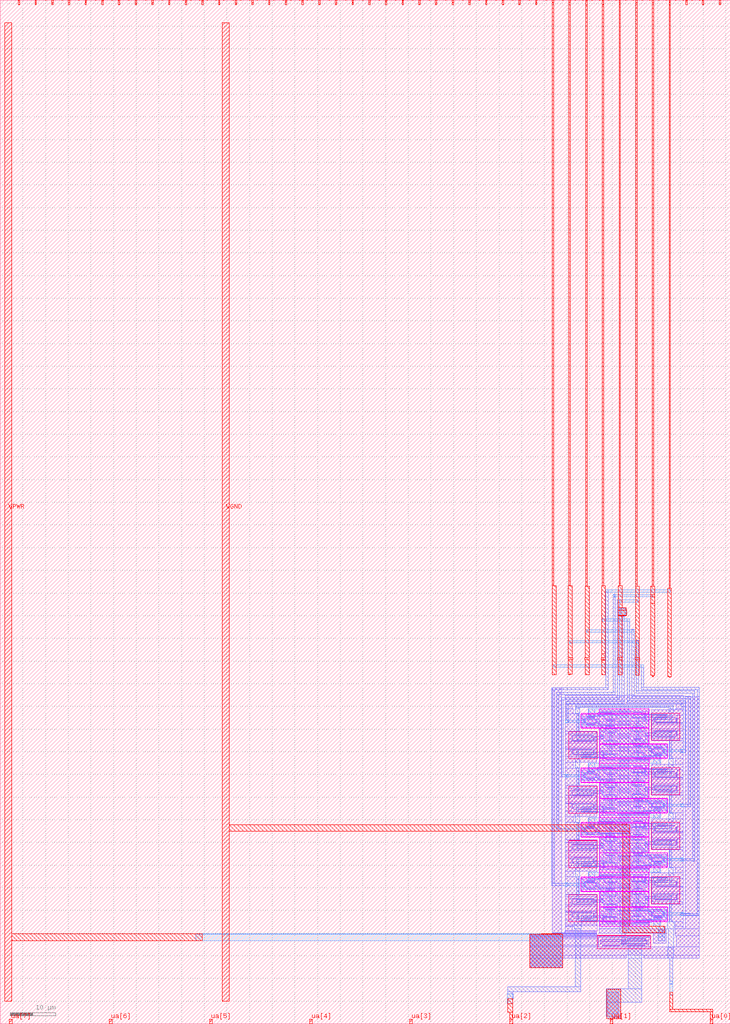
<source format=lef>
VERSION 5.7 ;
  NOWIREEXTENSIONATPIN ON ;
  DIVIDERCHAR "/" ;
  BUSBITCHARS "[]" ;
MACRO tt_um_emilian_rf_playground
  CLASS BLOCK ;
  FOREIGN tt_um_emilian_rf_playground ;
  ORIGIN 0.000 0.000 ;
  SIZE 161.000 BY 225.760 ;
  PIN clk
    DIRECTION INPUT ;
    USE SIGNAL ;
    PORT
      LAYER met4 ;
        RECT 154.870 224.760 155.170 225.760 ;
    END
  END clk
  PIN ena
    DIRECTION INPUT ;
    USE SIGNAL ;
    PORT
      LAYER met4 ;
        RECT 158.550 224.760 158.850 225.760 ;
    END
  END ena
  PIN rst_n
    DIRECTION INPUT ;
    USE SIGNAL ;
    PORT
      LAYER met4 ;
        RECT 151.190 224.760 151.490 225.760 ;
    END
  END rst_n
  PIN ua[0]
    DIRECTION INOUT ;
    USE SIGNAL ;
    ANTENNAGATEAREA 4.000000 ;
    ANTENNADIFFAREA 1.740000 ;
    PORT
      LAYER met4 ;
        RECT 156.560 0.000 157.160 1.000 ;
    END
  END ua[0]
  PIN ua[1]
    DIRECTION INOUT ;
    USE SIGNAL ;
    ANTENNADIFFAREA 1.160000 ;
    PORT
      LAYER met4 ;
        RECT 134.480 0.000 135.080 1.000 ;
    END
  END ua[1]
  PIN ua[2]
    DIRECTION INOUT ;
    USE SIGNAL ;
    ANTENNAGATEAREA 4.000000 ;
    PORT
      LAYER met4 ;
        RECT 112.400 0.000 113.000 1.000 ;
    END
  END ua[2]
  PIN ua[3]
    DIRECTION INOUT ;
    USE SIGNAL ;
    PORT
      LAYER met4 ;
        RECT 90.320 0.000 90.920 1.000 ;
    END
  END ua[3]
  PIN ua[4]
    DIRECTION INOUT ;
    USE SIGNAL ;
    PORT
      LAYER met4 ;
        RECT 68.240 0.000 68.840 1.000 ;
    END
  END ua[4]
  PIN ua[5]
    DIRECTION INOUT ;
    USE SIGNAL ;
    PORT
      LAYER met4 ;
        RECT 46.160 0.000 46.760 1.000 ;
    END
  END ua[5]
  PIN ua[6]
    DIRECTION INOUT ;
    USE SIGNAL ;
    PORT
      LAYER met4 ;
        RECT 24.080 0.000 24.680 1.000 ;
    END
  END ua[6]
  PIN ua[7]
    DIRECTION INOUT ;
    USE SIGNAL ;
    PORT
      LAYER met4 ;
        RECT 2.000 0.000 2.600 1.000 ;
    END
  END ua[7]
  PIN ui_in[0]
    DIRECTION INPUT ;
    USE SIGNAL ;
    PORT
      LAYER met4 ;
        RECT 147.510 224.760 147.810 225.760 ;
    END
  END ui_in[0]
  PIN ui_in[1]
    DIRECTION INPUT ;
    USE SIGNAL ;
    PORT
      LAYER met4 ;
        RECT 143.830 224.760 144.130 225.760 ;
    END
  END ui_in[1]
  PIN ui_in[2]
    DIRECTION INPUT ;
    USE SIGNAL ;
    PORT
      LAYER met4 ;
        RECT 140.150 224.760 140.450 225.760 ;
    END
  END ui_in[2]
  PIN ui_in[3]
    DIRECTION INPUT ;
    USE SIGNAL ;
    PORT
      LAYER met4 ;
        RECT 136.470 224.760 136.770 225.760 ;
    END
  END ui_in[3]
  PIN ui_in[4]
    DIRECTION INPUT ;
    USE SIGNAL ;
    PORT
      LAYER met4 ;
        RECT 132.790 224.760 133.090 225.760 ;
    END
  END ui_in[4]
  PIN ui_in[5]
    DIRECTION INPUT ;
    USE SIGNAL ;
    PORT
      LAYER met4 ;
        RECT 129.110 224.760 129.410 225.760 ;
    END
  END ui_in[5]
  PIN ui_in[6]
    DIRECTION INPUT ;
    USE SIGNAL ;
    PORT
      LAYER met4 ;
        RECT 125.430 224.760 125.730 225.760 ;
    END
  END ui_in[6]
  PIN ui_in[7]
    DIRECTION INPUT ;
    USE SIGNAL ;
    PORT
      LAYER met4 ;
        RECT 121.750 224.760 122.050 225.760 ;
    END
  END ui_in[7]
  PIN uio_in[0]
    DIRECTION INPUT ;
    USE SIGNAL ;
    PORT
      LAYER met4 ;
        RECT 118.070 224.760 118.370 225.760 ;
    END
  END uio_in[0]
  PIN uio_in[1]
    DIRECTION INPUT ;
    USE SIGNAL ;
    PORT
      LAYER met4 ;
        RECT 114.390 224.760 114.690 225.760 ;
    END
  END uio_in[1]
  PIN uio_in[2]
    DIRECTION INPUT ;
    USE SIGNAL ;
    PORT
      LAYER met4 ;
        RECT 110.710 224.760 111.010 225.760 ;
    END
  END uio_in[2]
  PIN uio_in[3]
    DIRECTION INPUT ;
    USE SIGNAL ;
    PORT
      LAYER met4 ;
        RECT 107.030 224.760 107.330 225.760 ;
    END
  END uio_in[3]
  PIN uio_in[4]
    DIRECTION INPUT ;
    USE SIGNAL ;
    PORT
      LAYER met4 ;
        RECT 103.350 224.760 103.650 225.760 ;
    END
  END uio_in[4]
  PIN uio_in[5]
    DIRECTION INPUT ;
    USE SIGNAL ;
    PORT
      LAYER met4 ;
        RECT 99.670 224.760 99.970 225.760 ;
    END
  END uio_in[5]
  PIN uio_in[6]
    DIRECTION INPUT ;
    USE SIGNAL ;
    PORT
      LAYER met4 ;
        RECT 95.990 224.760 96.290 225.760 ;
    END
  END uio_in[6]
  PIN uio_in[7]
    DIRECTION INPUT ;
    USE SIGNAL ;
    PORT
      LAYER met4 ;
        RECT 92.310 224.760 92.610 225.760 ;
    END
  END uio_in[7]
  PIN uio_oe[0]
    DIRECTION OUTPUT ;
    USE SIGNAL ;
    PORT
      LAYER met4 ;
        RECT 29.750 224.760 30.050 225.760 ;
    END
  END uio_oe[0]
  PIN uio_oe[1]
    DIRECTION OUTPUT ;
    USE SIGNAL ;
    PORT
      LAYER met4 ;
        RECT 26.070 224.760 26.370 225.760 ;
    END
  END uio_oe[1]
  PIN uio_oe[2]
    DIRECTION OUTPUT ;
    USE SIGNAL ;
    PORT
      LAYER met4 ;
        RECT 22.390 224.760 22.690 225.760 ;
    END
  END uio_oe[2]
  PIN uio_oe[3]
    DIRECTION OUTPUT ;
    USE SIGNAL ;
    PORT
      LAYER met4 ;
        RECT 18.710 224.760 19.010 225.760 ;
    END
  END uio_oe[3]
  PIN uio_oe[4]
    DIRECTION OUTPUT ;
    USE SIGNAL ;
    PORT
      LAYER met4 ;
        RECT 15.030 224.760 15.330 225.760 ;
    END
  END uio_oe[4]
  PIN uio_oe[5]
    DIRECTION OUTPUT ;
    USE SIGNAL ;
    PORT
      LAYER met4 ;
        RECT 11.350 224.760 11.650 225.760 ;
    END
  END uio_oe[5]
  PIN uio_oe[6]
    DIRECTION OUTPUT ;
    USE SIGNAL ;
    PORT
      LAYER met4 ;
        RECT 7.670 224.760 7.970 225.760 ;
    END
  END uio_oe[6]
  PIN uio_oe[7]
    DIRECTION OUTPUT ;
    USE SIGNAL ;
    PORT
      LAYER met4 ;
        RECT 3.990 224.760 4.290 225.760 ;
    END
  END uio_oe[7]
  PIN uio_out[0]
    DIRECTION OUTPUT ;
    USE SIGNAL ;
    PORT
      LAYER met4 ;
        RECT 59.190 224.760 59.490 225.760 ;
    END
  END uio_out[0]
  PIN uio_out[1]
    DIRECTION OUTPUT ;
    USE SIGNAL ;
    PORT
      LAYER met4 ;
        RECT 55.510 224.760 55.810 225.760 ;
    END
  END uio_out[1]
  PIN uio_out[2]
    DIRECTION OUTPUT ;
    USE SIGNAL ;
    PORT
      LAYER met4 ;
        RECT 51.830 224.760 52.130 225.760 ;
    END
  END uio_out[2]
  PIN uio_out[3]
    DIRECTION OUTPUT ;
    USE SIGNAL ;
    PORT
      LAYER met4 ;
        RECT 48.150 224.760 48.450 225.760 ;
    END
  END uio_out[3]
  PIN uio_out[4]
    DIRECTION OUTPUT ;
    USE SIGNAL ;
    PORT
      LAYER met4 ;
        RECT 44.470 224.760 44.770 225.760 ;
    END
  END uio_out[4]
  PIN uio_out[5]
    DIRECTION OUTPUT ;
    USE SIGNAL ;
    PORT
      LAYER met4 ;
        RECT 40.790 224.760 41.090 225.760 ;
    END
  END uio_out[5]
  PIN uio_out[6]
    DIRECTION OUTPUT ;
    USE SIGNAL ;
    PORT
      LAYER met4 ;
        RECT 37.110 224.760 37.410 225.760 ;
    END
  END uio_out[6]
  PIN uio_out[7]
    DIRECTION OUTPUT ;
    USE SIGNAL ;
    PORT
      LAYER met4 ;
        RECT 33.430 224.760 33.730 225.760 ;
    END
  END uio_out[7]
  PIN uo_out[0]
    DIRECTION OUTPUT ;
    USE SIGNAL ;
    PORT
      LAYER met4 ;
        RECT 88.630 224.760 88.930 225.760 ;
    END
  END uo_out[0]
  PIN uo_out[1]
    DIRECTION OUTPUT ;
    USE SIGNAL ;
    PORT
      LAYER met4 ;
        RECT 84.950 224.760 85.250 225.760 ;
    END
  END uo_out[1]
  PIN uo_out[2]
    DIRECTION OUTPUT ;
    USE SIGNAL ;
    PORT
      LAYER met4 ;
        RECT 81.270 224.760 81.570 225.760 ;
    END
  END uo_out[2]
  PIN uo_out[3]
    DIRECTION OUTPUT ;
    USE SIGNAL ;
    PORT
      LAYER met4 ;
        RECT 77.590 224.760 77.890 225.760 ;
    END
  END uo_out[3]
  PIN uo_out[4]
    DIRECTION OUTPUT ;
    USE SIGNAL ;
    PORT
      LAYER met4 ;
        RECT 73.910 224.760 74.210 225.760 ;
    END
  END uo_out[4]
  PIN uo_out[5]
    DIRECTION OUTPUT ;
    USE SIGNAL ;
    PORT
      LAYER met4 ;
        RECT 70.230 224.760 70.530 225.760 ;
    END
  END uo_out[5]
  PIN uo_out[6]
    DIRECTION OUTPUT ;
    USE SIGNAL ;
    PORT
      LAYER met4 ;
        RECT 66.550 224.760 66.850 225.760 ;
    END
  END uo_out[6]
  PIN uo_out[7]
    DIRECTION OUTPUT ;
    USE SIGNAL ;
    PORT
      LAYER met4 ;
        RECT 62.870 224.760 63.170 225.760 ;
    END
  END uo_out[7]
  PIN VPWR
    DIRECTION INOUT ;
    USE POWER ;
    PORT
      LAYER met4 ;
        RECT 1.000 5.000 2.500 220.760 ;
    END
  END VPWR
  PIN VGND
    DIRECTION INOUT ;
    USE GROUND ;
    PORT
      LAYER met4 ;
        RECT 49.000 5.000 50.500 220.760 ;
    END
  END VGND
  OBS
      LAYER pwell ;
        RECT 132.130 68.460 143.030 69.460 ;
        RECT 128.130 68.220 143.030 68.460 ;
        RECT 128.080 65.260 143.030 68.220 ;
        RECT 128.130 65.160 143.030 65.260 ;
      LAYER nwell ;
        RECT 125.440 64.410 131.630 64.420 ;
        RECT 125.430 58.460 131.630 64.410 ;
      LAYER pwell ;
        RECT 132.230 61.760 143.030 65.160 ;
      LAYER nwell ;
        RECT 143.630 62.510 149.830 68.460 ;
        RECT 143.630 62.500 149.820 62.510 ;
      LAYER pwell ;
        RECT 132.230 61.660 147.130 61.760 ;
        RECT 132.230 58.700 147.180 61.660 ;
        RECT 132.230 58.460 147.130 58.700 ;
        RECT 132.230 57.460 143.130 58.460 ;
        RECT 132.130 56.460 143.030 57.460 ;
        RECT 128.130 56.220 143.030 56.460 ;
        RECT 128.080 53.260 143.030 56.220 ;
        RECT 128.130 53.160 143.030 53.260 ;
      LAYER nwell ;
        RECT 125.440 52.410 131.630 52.420 ;
        RECT 125.430 46.460 131.630 52.410 ;
      LAYER pwell ;
        RECT 132.230 49.760 143.030 53.160 ;
      LAYER nwell ;
        RECT 143.630 50.510 149.830 56.460 ;
        RECT 143.630 50.500 149.820 50.510 ;
      LAYER pwell ;
        RECT 132.230 49.660 147.130 49.760 ;
        RECT 132.230 46.700 147.180 49.660 ;
        RECT 132.230 46.460 147.130 46.700 ;
        RECT 132.230 45.460 143.130 46.460 ;
        RECT 132.130 44.460 143.030 45.460 ;
        RECT 128.130 44.220 143.030 44.460 ;
        RECT 128.080 41.260 143.030 44.220 ;
        RECT 128.130 41.160 143.030 41.260 ;
      LAYER nwell ;
        RECT 125.440 40.410 131.630 40.420 ;
        RECT 125.430 34.460 131.630 40.410 ;
      LAYER pwell ;
        RECT 132.230 37.760 143.030 41.160 ;
      LAYER nwell ;
        RECT 143.630 38.510 149.830 44.460 ;
        RECT 143.630 38.500 149.820 38.510 ;
      LAYER pwell ;
        RECT 132.230 37.660 147.130 37.760 ;
        RECT 132.230 34.700 147.180 37.660 ;
        RECT 132.230 34.460 147.130 34.700 ;
        RECT 132.230 33.460 143.130 34.460 ;
        RECT 132.130 32.460 143.030 33.460 ;
        RECT 128.130 32.220 143.030 32.460 ;
        RECT 128.080 29.260 143.030 32.220 ;
        RECT 128.130 29.160 143.030 29.260 ;
      LAYER nwell ;
        RECT 125.440 28.410 131.630 28.420 ;
        RECT 125.430 22.460 131.630 28.410 ;
      LAYER pwell ;
        RECT 132.230 25.760 143.030 29.160 ;
      LAYER nwell ;
        RECT 143.630 26.510 149.830 32.460 ;
        RECT 143.630 26.500 149.820 26.510 ;
      LAYER pwell ;
        RECT 132.230 25.660 147.130 25.760 ;
        RECT 132.230 22.700 147.180 25.660 ;
        RECT 132.230 22.460 147.130 22.700 ;
        RECT 132.230 21.460 143.130 22.460 ;
      LAYER nwell ;
        RECT 135.130 19.470 143.330 19.560 ;
        RECT 131.640 19.360 143.380 19.470 ;
        RECT 131.640 16.560 143.430 19.360 ;
        RECT 131.640 16.510 143.380 16.560 ;
      LAYER li1 ;
        RECT 121.730 20.060 123.830 74.060 ;
        RECT 124.630 70.460 150.630 72.460 ;
        RECT 124.630 69.460 126.130 70.460 ;
        RECT 149.130 69.460 150.630 70.460 ;
        RECT 124.630 68.390 126.380 69.460 ;
        RECT 132.130 68.960 143.130 69.460 ;
        RECT 148.880 69.260 150.630 69.460 ;
        RECT 132.130 68.660 139.030 68.960 ;
        RECT 139.730 68.710 141.230 68.960 ;
        RECT 132.130 68.460 133.030 68.660 ;
        RECT 124.630 64.560 127.750 68.390 ;
        RECT 128.130 67.860 133.030 68.460 ;
        RECT 133.560 68.200 135.600 68.370 ;
        RECT 128.130 65.660 128.430 67.860 ;
        RECT 129.110 67.300 131.150 67.470 ;
        RECT 128.770 66.240 128.940 67.240 ;
        RECT 131.320 66.240 131.490 67.240 ;
        RECT 131.730 66.560 133.030 67.860 ;
        RECT 133.220 67.140 133.390 68.140 ;
        RECT 134.030 67.080 135.530 67.160 ;
        RECT 135.770 67.140 135.940 68.140 ;
        RECT 133.560 66.910 135.600 67.080 ;
        RECT 134.030 66.560 135.530 66.910 ;
        RECT 136.230 66.860 139.030 68.660 ;
        RECT 139.660 68.540 141.700 68.710 ;
        RECT 139.320 68.260 139.490 68.480 ;
        RECT 141.870 68.260 142.040 68.480 ;
        RECT 139.320 67.480 142.040 68.260 ;
        RECT 139.330 67.260 142.030 67.480 ;
        RECT 139.660 67.250 141.700 67.260 ;
        RECT 142.230 66.860 143.130 68.960 ;
        RECT 136.230 66.560 143.130 66.860 ;
        RECT 129.110 66.010 131.150 66.180 ;
        RECT 131.730 66.160 143.130 66.560 ;
        RECT 131.730 65.870 139.030 66.160 ;
        RECT 131.730 65.660 133.030 65.870 ;
        RECT 128.130 65.160 133.030 65.660 ;
        RECT 133.580 65.470 135.580 65.610 ;
        RECT 133.560 65.300 135.600 65.470 ;
        RECT 124.630 63.960 131.530 64.560 ;
        RECT 124.630 61.860 125.930 63.960 ;
        RECT 126.515 63.610 130.555 63.670 ;
        RECT 126.230 63.440 130.880 63.610 ;
        RECT 126.130 63.060 130.940 63.440 ;
        RECT 126.130 62.440 126.300 63.060 ;
        RECT 130.770 62.440 130.940 63.060 ;
        RECT 126.515 62.210 130.555 62.380 ;
        RECT 126.730 61.860 130.380 62.210 ;
        RECT 131.230 61.860 131.530 63.960 ;
        RECT 124.630 60.960 131.530 61.860 ;
        RECT 124.630 58.860 125.930 60.960 ;
        RECT 126.730 60.670 130.380 60.960 ;
        RECT 126.515 60.500 130.555 60.670 ;
        RECT 126.130 59.440 126.300 60.440 ;
        RECT 130.770 59.440 130.940 60.440 ;
        RECT 126.515 59.210 130.555 59.380 ;
        RECT 131.230 58.860 131.530 60.960 ;
        RECT 124.630 57.660 131.530 58.860 ;
        RECT 132.130 63.660 133.030 65.160 ;
        RECT 133.220 64.240 133.390 65.240 ;
        RECT 134.030 64.180 135.530 64.260 ;
        RECT 135.770 64.240 135.940 65.240 ;
        RECT 133.560 64.010 135.600 64.180 ;
        RECT 134.030 63.660 135.530 64.010 ;
        RECT 136.230 63.960 139.030 65.870 ;
        RECT 139.730 65.810 141.230 66.160 ;
        RECT 139.660 65.640 141.700 65.810 ;
        RECT 139.320 65.360 139.490 65.580 ;
        RECT 141.870 65.360 142.040 65.580 ;
        RECT 139.320 64.580 142.040 65.360 ;
        RECT 139.330 64.360 142.030 64.580 ;
        RECT 139.660 64.350 141.700 64.360 ;
        RECT 142.230 63.960 143.130 66.160 ;
        RECT 136.230 63.660 143.130 63.960 ;
        RECT 132.130 63.260 143.130 63.660 ;
        RECT 132.130 62.960 139.030 63.260 ;
        RECT 132.130 60.760 133.030 62.960 ;
        RECT 133.560 62.560 135.600 62.570 ;
        RECT 133.230 62.340 135.930 62.560 ;
        RECT 133.220 61.560 135.940 62.340 ;
        RECT 133.220 61.340 133.390 61.560 ;
        RECT 135.770 61.340 135.940 61.560 ;
        RECT 133.560 61.110 135.600 61.280 ;
        RECT 134.030 60.760 135.530 61.110 ;
        RECT 136.230 61.050 139.030 62.960 ;
        RECT 139.730 62.910 141.230 63.260 ;
        RECT 139.660 62.740 141.700 62.910 ;
        RECT 139.320 61.680 139.490 62.680 ;
        RECT 139.730 62.660 141.230 62.740 ;
        RECT 141.870 61.680 142.040 62.680 ;
        RECT 142.230 61.760 143.130 63.260 ;
        RECT 143.730 68.060 150.630 69.260 ;
        RECT 143.730 65.960 144.030 68.060 ;
        RECT 144.705 67.540 148.745 67.710 ;
        RECT 144.320 66.480 144.490 67.480 ;
        RECT 148.960 66.480 149.130 67.480 ;
        RECT 144.705 66.250 148.745 66.420 ;
        RECT 144.880 65.960 148.530 66.250 ;
        RECT 149.330 65.960 150.630 68.060 ;
        RECT 143.730 65.060 150.630 65.960 ;
        RECT 143.730 62.960 144.030 65.060 ;
        RECT 144.880 64.710 148.530 65.060 ;
        RECT 144.705 64.540 148.745 64.710 ;
        RECT 144.320 63.860 144.490 64.480 ;
        RECT 148.960 63.860 149.130 64.480 ;
        RECT 144.320 63.480 149.130 63.860 ;
        RECT 144.380 63.310 149.030 63.480 ;
        RECT 144.705 63.250 148.745 63.310 ;
        RECT 149.330 62.960 150.630 65.060 ;
        RECT 143.730 62.360 150.630 62.960 ;
        RECT 139.660 61.450 141.700 61.620 ;
        RECT 139.680 61.310 141.680 61.450 ;
        RECT 142.230 61.260 147.130 61.760 ;
        RECT 142.230 61.050 143.530 61.260 ;
        RECT 136.230 60.760 143.530 61.050 ;
        RECT 132.130 60.360 143.530 60.760 ;
        RECT 144.110 60.740 146.150 60.910 ;
        RECT 132.130 60.060 139.030 60.360 ;
        RECT 132.130 57.960 133.030 60.060 ;
        RECT 133.560 59.660 135.600 59.670 ;
        RECT 133.230 59.440 135.930 59.660 ;
        RECT 133.220 58.660 135.940 59.440 ;
        RECT 133.220 58.440 133.390 58.660 ;
        RECT 135.770 58.440 135.940 58.660 ;
        RECT 133.560 58.210 135.600 58.380 ;
        RECT 136.230 58.260 139.030 60.060 ;
        RECT 139.730 60.010 141.230 60.360 ;
        RECT 139.660 59.840 141.700 60.010 ;
        RECT 139.320 58.780 139.490 59.780 ;
        RECT 139.730 59.760 141.230 59.840 ;
        RECT 141.870 58.780 142.040 59.780 ;
        RECT 142.230 59.060 143.530 60.360 ;
        RECT 143.770 59.680 143.940 60.680 ;
        RECT 146.320 59.680 146.490 60.680 ;
        RECT 144.110 59.450 146.150 59.620 ;
        RECT 146.830 59.060 147.130 61.260 ;
        RECT 139.660 58.550 141.700 58.720 ;
        RECT 142.230 58.460 147.130 59.060 ;
        RECT 147.510 58.530 150.630 62.360 ;
        RECT 142.230 58.260 143.130 58.460 ;
        RECT 134.030 57.960 135.530 58.210 ;
        RECT 136.230 57.960 143.130 58.260 ;
        RECT 124.630 56.390 126.380 57.660 ;
        RECT 132.130 56.960 143.130 57.960 ;
        RECT 148.880 57.260 150.630 58.530 ;
        RECT 132.130 56.660 139.030 56.960 ;
        RECT 139.730 56.710 141.230 56.960 ;
        RECT 132.130 56.460 133.030 56.660 ;
        RECT 124.630 52.560 127.750 56.390 ;
        RECT 128.130 55.860 133.030 56.460 ;
        RECT 133.560 56.200 135.600 56.370 ;
        RECT 128.130 53.660 128.430 55.860 ;
        RECT 129.110 55.300 131.150 55.470 ;
        RECT 128.770 54.240 128.940 55.240 ;
        RECT 131.320 54.240 131.490 55.240 ;
        RECT 131.730 54.560 133.030 55.860 ;
        RECT 133.220 55.140 133.390 56.140 ;
        RECT 134.030 55.080 135.530 55.160 ;
        RECT 135.770 55.140 135.940 56.140 ;
        RECT 133.560 54.910 135.600 55.080 ;
        RECT 134.030 54.560 135.530 54.910 ;
        RECT 136.230 54.860 139.030 56.660 ;
        RECT 139.660 56.540 141.700 56.710 ;
        RECT 139.320 56.260 139.490 56.480 ;
        RECT 141.870 56.260 142.040 56.480 ;
        RECT 139.320 55.480 142.040 56.260 ;
        RECT 139.330 55.260 142.030 55.480 ;
        RECT 139.660 55.250 141.700 55.260 ;
        RECT 142.230 54.860 143.130 56.960 ;
        RECT 136.230 54.560 143.130 54.860 ;
        RECT 129.110 54.010 131.150 54.180 ;
        RECT 131.730 54.160 143.130 54.560 ;
        RECT 131.730 53.870 139.030 54.160 ;
        RECT 131.730 53.660 133.030 53.870 ;
        RECT 128.130 53.160 133.030 53.660 ;
        RECT 133.580 53.470 135.580 53.610 ;
        RECT 133.560 53.300 135.600 53.470 ;
        RECT 124.630 51.960 131.530 52.560 ;
        RECT 124.630 49.860 125.930 51.960 ;
        RECT 126.515 51.610 130.555 51.670 ;
        RECT 126.230 51.440 130.880 51.610 ;
        RECT 126.130 51.060 130.940 51.440 ;
        RECT 126.130 50.440 126.300 51.060 ;
        RECT 130.770 50.440 130.940 51.060 ;
        RECT 126.515 50.210 130.555 50.380 ;
        RECT 126.730 49.860 130.380 50.210 ;
        RECT 131.230 49.860 131.530 51.960 ;
        RECT 124.630 48.960 131.530 49.860 ;
        RECT 124.630 46.860 125.930 48.960 ;
        RECT 126.730 48.670 130.380 48.960 ;
        RECT 126.515 48.500 130.555 48.670 ;
        RECT 126.130 47.440 126.300 48.440 ;
        RECT 130.770 47.440 130.940 48.440 ;
        RECT 126.515 47.210 130.555 47.380 ;
        RECT 131.230 46.860 131.530 48.960 ;
        RECT 124.630 45.660 131.530 46.860 ;
        RECT 132.130 51.660 133.030 53.160 ;
        RECT 133.220 52.240 133.390 53.240 ;
        RECT 134.030 52.180 135.530 52.260 ;
        RECT 135.770 52.240 135.940 53.240 ;
        RECT 133.560 52.010 135.600 52.180 ;
        RECT 134.030 51.660 135.530 52.010 ;
        RECT 136.230 51.960 139.030 53.870 ;
        RECT 139.730 53.810 141.230 54.160 ;
        RECT 139.660 53.640 141.700 53.810 ;
        RECT 139.320 53.360 139.490 53.580 ;
        RECT 141.870 53.360 142.040 53.580 ;
        RECT 139.320 52.580 142.040 53.360 ;
        RECT 139.330 52.360 142.030 52.580 ;
        RECT 139.660 52.350 141.700 52.360 ;
        RECT 142.230 51.960 143.130 54.160 ;
        RECT 136.230 51.660 143.130 51.960 ;
        RECT 132.130 51.260 143.130 51.660 ;
        RECT 132.130 50.960 139.030 51.260 ;
        RECT 132.130 48.760 133.030 50.960 ;
        RECT 133.560 50.560 135.600 50.570 ;
        RECT 133.230 50.340 135.930 50.560 ;
        RECT 133.220 49.560 135.940 50.340 ;
        RECT 133.220 49.340 133.390 49.560 ;
        RECT 135.770 49.340 135.940 49.560 ;
        RECT 133.560 49.110 135.600 49.280 ;
        RECT 134.030 48.760 135.530 49.110 ;
        RECT 136.230 49.050 139.030 50.960 ;
        RECT 139.730 50.910 141.230 51.260 ;
        RECT 139.660 50.740 141.700 50.910 ;
        RECT 139.320 49.680 139.490 50.680 ;
        RECT 139.730 50.660 141.230 50.740 ;
        RECT 141.870 49.680 142.040 50.680 ;
        RECT 142.230 49.760 143.130 51.260 ;
        RECT 143.730 56.060 150.630 57.260 ;
        RECT 143.730 53.960 144.030 56.060 ;
        RECT 144.705 55.540 148.745 55.710 ;
        RECT 144.320 54.480 144.490 55.480 ;
        RECT 148.960 54.480 149.130 55.480 ;
        RECT 144.705 54.250 148.745 54.420 ;
        RECT 144.880 53.960 148.530 54.250 ;
        RECT 149.330 53.960 150.630 56.060 ;
        RECT 143.730 53.060 150.630 53.960 ;
        RECT 143.730 50.960 144.030 53.060 ;
        RECT 144.880 52.710 148.530 53.060 ;
        RECT 144.705 52.540 148.745 52.710 ;
        RECT 144.320 51.860 144.490 52.480 ;
        RECT 148.960 51.860 149.130 52.480 ;
        RECT 144.320 51.480 149.130 51.860 ;
        RECT 144.380 51.310 149.030 51.480 ;
        RECT 144.705 51.250 148.745 51.310 ;
        RECT 149.330 50.960 150.630 53.060 ;
        RECT 143.730 50.360 150.630 50.960 ;
        RECT 139.660 49.450 141.700 49.620 ;
        RECT 139.680 49.310 141.680 49.450 ;
        RECT 142.230 49.260 147.130 49.760 ;
        RECT 142.230 49.050 143.530 49.260 ;
        RECT 136.230 48.760 143.530 49.050 ;
        RECT 132.130 48.360 143.530 48.760 ;
        RECT 144.110 48.740 146.150 48.910 ;
        RECT 132.130 48.060 139.030 48.360 ;
        RECT 132.130 45.960 133.030 48.060 ;
        RECT 133.560 47.660 135.600 47.670 ;
        RECT 133.230 47.440 135.930 47.660 ;
        RECT 133.220 46.660 135.940 47.440 ;
        RECT 133.220 46.440 133.390 46.660 ;
        RECT 135.770 46.440 135.940 46.660 ;
        RECT 133.560 46.210 135.600 46.380 ;
        RECT 136.230 46.260 139.030 48.060 ;
        RECT 139.730 48.010 141.230 48.360 ;
        RECT 139.660 47.840 141.700 48.010 ;
        RECT 139.320 46.780 139.490 47.780 ;
        RECT 139.730 47.760 141.230 47.840 ;
        RECT 141.870 46.780 142.040 47.780 ;
        RECT 142.230 47.060 143.530 48.360 ;
        RECT 143.770 47.680 143.940 48.680 ;
        RECT 146.320 47.680 146.490 48.680 ;
        RECT 144.110 47.450 146.150 47.620 ;
        RECT 146.830 47.060 147.130 49.260 ;
        RECT 139.660 46.550 141.700 46.720 ;
        RECT 142.230 46.460 147.130 47.060 ;
        RECT 147.510 46.530 150.630 50.360 ;
        RECT 142.230 46.260 143.130 46.460 ;
        RECT 134.030 45.960 135.530 46.210 ;
        RECT 136.230 45.960 143.130 46.260 ;
        RECT 124.630 44.390 126.380 45.660 ;
        RECT 132.130 44.960 143.130 45.960 ;
        RECT 148.880 45.260 150.630 46.530 ;
        RECT 132.130 44.660 139.030 44.960 ;
        RECT 139.730 44.710 141.230 44.960 ;
        RECT 132.130 44.460 133.030 44.660 ;
        RECT 124.630 40.560 127.750 44.390 ;
        RECT 128.130 43.860 133.030 44.460 ;
        RECT 133.560 44.200 135.600 44.370 ;
        RECT 128.130 41.660 128.430 43.860 ;
        RECT 129.110 43.300 131.150 43.470 ;
        RECT 128.770 42.240 128.940 43.240 ;
        RECT 131.320 42.240 131.490 43.240 ;
        RECT 131.730 42.560 133.030 43.860 ;
        RECT 133.220 43.140 133.390 44.140 ;
        RECT 134.030 43.080 135.530 43.160 ;
        RECT 135.770 43.140 135.940 44.140 ;
        RECT 133.560 42.910 135.600 43.080 ;
        RECT 134.030 42.560 135.530 42.910 ;
        RECT 136.230 42.860 139.030 44.660 ;
        RECT 139.660 44.540 141.700 44.710 ;
        RECT 139.320 44.260 139.490 44.480 ;
        RECT 141.870 44.260 142.040 44.480 ;
        RECT 139.320 43.480 142.040 44.260 ;
        RECT 139.330 43.260 142.030 43.480 ;
        RECT 139.660 43.250 141.700 43.260 ;
        RECT 142.230 42.860 143.130 44.960 ;
        RECT 136.230 42.560 143.130 42.860 ;
        RECT 129.110 42.010 131.150 42.180 ;
        RECT 131.730 42.160 143.130 42.560 ;
        RECT 131.730 41.870 139.030 42.160 ;
        RECT 131.730 41.660 133.030 41.870 ;
        RECT 128.130 41.160 133.030 41.660 ;
        RECT 133.580 41.470 135.580 41.610 ;
        RECT 133.560 41.300 135.600 41.470 ;
        RECT 124.630 39.960 131.530 40.560 ;
        RECT 124.630 37.860 125.930 39.960 ;
        RECT 126.515 39.610 130.555 39.670 ;
        RECT 126.230 39.440 130.880 39.610 ;
        RECT 126.130 39.060 130.940 39.440 ;
        RECT 126.130 38.440 126.300 39.060 ;
        RECT 130.770 38.440 130.940 39.060 ;
        RECT 126.515 38.210 130.555 38.380 ;
        RECT 126.730 37.860 130.380 38.210 ;
        RECT 131.230 37.860 131.530 39.960 ;
        RECT 124.630 36.960 131.530 37.860 ;
        RECT 124.630 34.860 125.930 36.960 ;
        RECT 126.730 36.670 130.380 36.960 ;
        RECT 126.515 36.500 130.555 36.670 ;
        RECT 126.130 35.440 126.300 36.440 ;
        RECT 130.770 35.440 130.940 36.440 ;
        RECT 126.515 35.210 130.555 35.380 ;
        RECT 131.230 34.860 131.530 36.960 ;
        RECT 124.630 33.660 131.530 34.860 ;
        RECT 132.130 39.660 133.030 41.160 ;
        RECT 133.220 40.240 133.390 41.240 ;
        RECT 134.030 40.180 135.530 40.260 ;
        RECT 135.770 40.240 135.940 41.240 ;
        RECT 133.560 40.010 135.600 40.180 ;
        RECT 134.030 39.660 135.530 40.010 ;
        RECT 136.230 39.960 139.030 41.870 ;
        RECT 139.730 41.810 141.230 42.160 ;
        RECT 139.660 41.640 141.700 41.810 ;
        RECT 139.320 41.360 139.490 41.580 ;
        RECT 141.870 41.360 142.040 41.580 ;
        RECT 139.320 40.580 142.040 41.360 ;
        RECT 139.330 40.360 142.030 40.580 ;
        RECT 139.660 40.350 141.700 40.360 ;
        RECT 142.230 39.960 143.130 42.160 ;
        RECT 136.230 39.660 143.130 39.960 ;
        RECT 132.130 39.260 143.130 39.660 ;
        RECT 132.130 38.960 139.030 39.260 ;
        RECT 132.130 36.760 133.030 38.960 ;
        RECT 133.560 38.560 135.600 38.570 ;
        RECT 133.230 38.340 135.930 38.560 ;
        RECT 133.220 37.560 135.940 38.340 ;
        RECT 133.220 37.340 133.390 37.560 ;
        RECT 135.770 37.340 135.940 37.560 ;
        RECT 133.560 37.110 135.600 37.280 ;
        RECT 134.030 36.760 135.530 37.110 ;
        RECT 136.230 37.050 139.030 38.960 ;
        RECT 139.730 38.910 141.230 39.260 ;
        RECT 139.660 38.740 141.700 38.910 ;
        RECT 139.320 37.680 139.490 38.680 ;
        RECT 139.730 38.660 141.230 38.740 ;
        RECT 141.870 37.680 142.040 38.680 ;
        RECT 142.230 37.760 143.130 39.260 ;
        RECT 143.730 44.060 150.630 45.260 ;
        RECT 143.730 41.960 144.030 44.060 ;
        RECT 144.705 43.540 148.745 43.710 ;
        RECT 144.320 42.480 144.490 43.480 ;
        RECT 148.960 42.480 149.130 43.480 ;
        RECT 144.705 42.250 148.745 42.420 ;
        RECT 144.880 41.960 148.530 42.250 ;
        RECT 149.330 41.960 150.630 44.060 ;
        RECT 143.730 41.060 150.630 41.960 ;
        RECT 143.730 38.960 144.030 41.060 ;
        RECT 144.880 40.710 148.530 41.060 ;
        RECT 144.705 40.540 148.745 40.710 ;
        RECT 144.320 39.860 144.490 40.480 ;
        RECT 148.960 39.860 149.130 40.480 ;
        RECT 144.320 39.480 149.130 39.860 ;
        RECT 144.380 39.310 149.030 39.480 ;
        RECT 144.705 39.250 148.745 39.310 ;
        RECT 149.330 38.960 150.630 41.060 ;
        RECT 143.730 38.360 150.630 38.960 ;
        RECT 139.660 37.450 141.700 37.620 ;
        RECT 139.680 37.310 141.680 37.450 ;
        RECT 142.230 37.260 147.130 37.760 ;
        RECT 142.230 37.050 143.530 37.260 ;
        RECT 136.230 36.760 143.530 37.050 ;
        RECT 132.130 36.360 143.530 36.760 ;
        RECT 144.110 36.740 146.150 36.910 ;
        RECT 132.130 36.060 139.030 36.360 ;
        RECT 132.130 33.960 133.030 36.060 ;
        RECT 133.560 35.660 135.600 35.670 ;
        RECT 133.230 35.440 135.930 35.660 ;
        RECT 133.220 34.660 135.940 35.440 ;
        RECT 133.220 34.440 133.390 34.660 ;
        RECT 135.770 34.440 135.940 34.660 ;
        RECT 133.560 34.210 135.600 34.380 ;
        RECT 136.230 34.260 139.030 36.060 ;
        RECT 139.730 36.010 141.230 36.360 ;
        RECT 139.660 35.840 141.700 36.010 ;
        RECT 139.320 34.780 139.490 35.780 ;
        RECT 139.730 35.760 141.230 35.840 ;
        RECT 141.870 34.780 142.040 35.780 ;
        RECT 142.230 35.060 143.530 36.360 ;
        RECT 143.770 35.680 143.940 36.680 ;
        RECT 146.320 35.680 146.490 36.680 ;
        RECT 144.110 35.450 146.150 35.620 ;
        RECT 146.830 35.060 147.130 37.260 ;
        RECT 139.660 34.550 141.700 34.720 ;
        RECT 142.230 34.460 147.130 35.060 ;
        RECT 147.510 34.530 150.630 38.360 ;
        RECT 142.230 34.260 143.130 34.460 ;
        RECT 134.030 33.960 135.530 34.210 ;
        RECT 136.230 33.960 143.130 34.260 ;
        RECT 124.630 32.390 126.380 33.660 ;
        RECT 132.130 32.960 143.130 33.960 ;
        RECT 148.880 33.260 150.630 34.530 ;
        RECT 132.130 32.660 139.030 32.960 ;
        RECT 139.730 32.710 141.230 32.960 ;
        RECT 132.130 32.460 133.030 32.660 ;
        RECT 124.630 28.560 127.750 32.390 ;
        RECT 128.130 31.860 133.030 32.460 ;
        RECT 133.560 32.200 135.600 32.370 ;
        RECT 128.130 29.660 128.430 31.860 ;
        RECT 129.110 31.300 131.150 31.470 ;
        RECT 128.770 30.240 128.940 31.240 ;
        RECT 131.320 30.240 131.490 31.240 ;
        RECT 131.730 30.560 133.030 31.860 ;
        RECT 133.220 31.140 133.390 32.140 ;
        RECT 134.030 31.080 135.530 31.160 ;
        RECT 135.770 31.140 135.940 32.140 ;
        RECT 133.560 30.910 135.600 31.080 ;
        RECT 134.030 30.560 135.530 30.910 ;
        RECT 136.230 30.860 139.030 32.660 ;
        RECT 139.660 32.540 141.700 32.710 ;
        RECT 139.320 32.260 139.490 32.480 ;
        RECT 141.870 32.260 142.040 32.480 ;
        RECT 139.320 31.480 142.040 32.260 ;
        RECT 139.330 31.260 142.030 31.480 ;
        RECT 139.660 31.250 141.700 31.260 ;
        RECT 142.230 30.860 143.130 32.960 ;
        RECT 136.230 30.560 143.130 30.860 ;
        RECT 129.110 30.010 131.150 30.180 ;
        RECT 131.730 30.160 143.130 30.560 ;
        RECT 131.730 29.870 139.030 30.160 ;
        RECT 131.730 29.660 133.030 29.870 ;
        RECT 128.130 29.160 133.030 29.660 ;
        RECT 133.580 29.470 135.580 29.610 ;
        RECT 133.560 29.300 135.600 29.470 ;
        RECT 124.630 27.960 131.530 28.560 ;
        RECT 124.630 25.860 125.930 27.960 ;
        RECT 126.515 27.610 130.555 27.670 ;
        RECT 126.230 27.440 130.880 27.610 ;
        RECT 126.130 27.060 130.940 27.440 ;
        RECT 126.130 26.440 126.300 27.060 ;
        RECT 130.770 26.440 130.940 27.060 ;
        RECT 126.515 26.210 130.555 26.380 ;
        RECT 126.730 25.860 130.380 26.210 ;
        RECT 131.230 25.860 131.530 27.960 ;
        RECT 124.630 24.960 131.530 25.860 ;
        RECT 124.630 22.860 125.930 24.960 ;
        RECT 126.730 24.670 130.380 24.960 ;
        RECT 126.515 24.500 130.555 24.670 ;
        RECT 126.130 23.440 126.300 24.440 ;
        RECT 130.770 23.440 130.940 24.440 ;
        RECT 126.515 23.210 130.555 23.380 ;
        RECT 131.230 22.860 131.530 24.960 ;
        RECT 124.630 21.960 131.530 22.860 ;
        RECT 132.130 27.660 133.030 29.160 ;
        RECT 133.220 28.240 133.390 29.240 ;
        RECT 134.030 28.180 135.530 28.260 ;
        RECT 135.770 28.240 135.940 29.240 ;
        RECT 133.560 28.010 135.600 28.180 ;
        RECT 134.030 27.660 135.530 28.010 ;
        RECT 136.230 27.960 139.030 29.870 ;
        RECT 139.730 29.810 141.230 30.160 ;
        RECT 139.660 29.640 141.700 29.810 ;
        RECT 139.320 29.360 139.490 29.580 ;
        RECT 141.870 29.360 142.040 29.580 ;
        RECT 139.320 28.580 142.040 29.360 ;
        RECT 139.330 28.360 142.030 28.580 ;
        RECT 139.660 28.350 141.700 28.360 ;
        RECT 142.230 27.960 143.130 30.160 ;
        RECT 136.230 27.660 143.130 27.960 ;
        RECT 132.130 27.260 143.130 27.660 ;
        RECT 132.130 26.960 139.030 27.260 ;
        RECT 132.130 24.760 133.030 26.960 ;
        RECT 133.560 26.560 135.600 26.570 ;
        RECT 133.230 26.340 135.930 26.560 ;
        RECT 133.220 25.560 135.940 26.340 ;
        RECT 133.220 25.340 133.390 25.560 ;
        RECT 135.770 25.340 135.940 25.560 ;
        RECT 133.560 25.110 135.600 25.280 ;
        RECT 134.030 24.760 135.530 25.110 ;
        RECT 136.230 25.050 139.030 26.960 ;
        RECT 139.730 26.910 141.230 27.260 ;
        RECT 139.660 26.740 141.700 26.910 ;
        RECT 139.320 25.680 139.490 26.680 ;
        RECT 139.730 26.660 141.230 26.740 ;
        RECT 141.870 25.680 142.040 26.680 ;
        RECT 142.230 25.760 143.130 27.260 ;
        RECT 143.730 32.060 150.630 33.260 ;
        RECT 143.730 29.960 144.030 32.060 ;
        RECT 144.705 31.540 148.745 31.710 ;
        RECT 144.320 30.480 144.490 31.480 ;
        RECT 148.960 30.480 149.130 31.480 ;
        RECT 144.705 30.250 148.745 30.420 ;
        RECT 144.880 29.960 148.530 30.250 ;
        RECT 149.330 29.960 150.630 32.060 ;
        RECT 143.730 29.060 150.630 29.960 ;
        RECT 143.730 26.960 144.030 29.060 ;
        RECT 144.880 28.710 148.530 29.060 ;
        RECT 144.705 28.540 148.745 28.710 ;
        RECT 144.320 27.860 144.490 28.480 ;
        RECT 148.960 27.860 149.130 28.480 ;
        RECT 144.320 27.480 149.130 27.860 ;
        RECT 144.380 27.310 149.030 27.480 ;
        RECT 144.705 27.250 148.745 27.310 ;
        RECT 149.330 26.960 150.630 29.060 ;
        RECT 143.730 26.360 150.630 26.960 ;
        RECT 139.660 25.450 141.700 25.620 ;
        RECT 139.680 25.310 141.680 25.450 ;
        RECT 142.230 25.260 147.130 25.760 ;
        RECT 142.230 25.050 143.530 25.260 ;
        RECT 136.230 24.760 143.530 25.050 ;
        RECT 132.130 24.360 143.530 24.760 ;
        RECT 144.110 24.740 146.150 24.910 ;
        RECT 132.130 24.060 139.030 24.360 ;
        RECT 132.130 21.960 133.030 24.060 ;
        RECT 133.560 23.660 135.600 23.670 ;
        RECT 133.230 23.440 135.930 23.660 ;
        RECT 133.220 22.660 135.940 23.440 ;
        RECT 133.220 22.440 133.390 22.660 ;
        RECT 135.770 22.440 135.940 22.660 ;
        RECT 133.560 22.210 135.600 22.380 ;
        RECT 136.230 22.260 139.030 24.060 ;
        RECT 139.730 24.010 141.230 24.360 ;
        RECT 139.660 23.840 141.700 24.010 ;
        RECT 139.320 22.780 139.490 23.780 ;
        RECT 139.730 23.760 141.230 23.840 ;
        RECT 141.870 22.780 142.040 23.780 ;
        RECT 142.230 23.060 143.530 24.360 ;
        RECT 143.770 23.680 143.940 24.680 ;
        RECT 146.320 23.680 146.490 24.680 ;
        RECT 144.110 23.450 146.150 23.620 ;
        RECT 146.830 23.060 147.130 25.260 ;
        RECT 139.660 22.550 141.700 22.720 ;
        RECT 142.230 22.460 147.130 23.060 ;
        RECT 147.510 22.530 150.630 26.360 ;
        RECT 142.230 22.260 143.130 22.460 ;
        RECT 134.030 21.960 135.530 22.210 ;
        RECT 136.230 21.960 143.130 22.260 ;
        RECT 124.630 20.460 131.630 21.960 ;
        RECT 132.130 20.960 143.130 21.960 ;
        RECT 148.880 21.460 150.630 22.530 ;
        RECT 148.885 20.960 150.630 21.460 ;
        RECT 151.130 20.960 154.130 72.160 ;
        RECT 124.630 20.360 131.530 20.460 ;
        RECT 124.530 20.060 131.530 20.360 ;
        RECT 121.730 19.760 131.530 20.060 ;
        RECT 132.130 19.960 146.930 20.960 ;
        RECT 116.780 19.560 131.530 19.760 ;
        RECT 116.780 19.360 143.330 19.560 ;
        RECT 116.780 19.120 143.430 19.360 ;
        RECT 116.780 16.960 132.030 19.120 ;
        RECT 135.130 19.060 143.430 19.120 ;
        RECT 132.730 18.720 136.630 18.760 ;
        RECT 132.715 18.550 136.755 18.720 ;
        RECT 132.330 17.490 132.500 18.490 ;
        RECT 132.730 18.060 136.630 18.550 ;
        RECT 136.970 17.490 137.140 18.490 ;
        RECT 133.230 17.430 136.330 17.460 ;
        RECT 132.715 17.260 136.755 17.430 ;
        RECT 133.230 16.960 136.330 17.260 ;
        RECT 137.370 16.960 137.650 19.060 ;
        RECT 138.265 18.550 142.305 18.720 ;
        RECT 137.880 17.490 138.050 18.490 ;
        RECT 142.520 17.490 142.690 18.490 ;
        RECT 138.430 17.430 142.130 17.460 ;
        RECT 138.265 17.260 142.305 17.430 ;
        RECT 138.430 16.960 142.130 17.260 ;
        RECT 142.930 16.960 143.430 19.060 ;
        RECT 144.030 17.760 146.930 19.960 ;
        RECT 148.885 19.460 154.130 20.960 ;
        RECT 149.130 16.960 154.130 19.460 ;
        RECT 116.780 15.160 154.130 16.960 ;
        RECT 116.780 14.460 138.030 15.160 ;
        RECT 141.930 14.460 154.130 15.160 ;
        RECT 116.780 12.380 124.050 14.460 ;
      LAYER met1 ;
        RECT 121.730 20.060 123.830 74.060 ;
        RECT 124.630 70.460 150.630 72.460 ;
        RECT 124.630 69.460 126.130 70.460 ;
        RECT 149.130 69.460 150.630 70.460 ;
        RECT 124.630 68.390 126.380 69.460 ;
        RECT 132.130 68.960 143.030 69.460 ;
        RECT 148.880 69.260 150.630 69.460 ;
        RECT 132.130 68.710 139.030 68.960 ;
        RECT 139.730 68.740 141.230 68.960 ;
        RECT 132.130 68.660 133.080 68.710 ;
        RECT 132.130 68.460 133.030 68.660 ;
        RECT 124.630 64.560 127.750 68.390 ;
        RECT 128.130 67.860 133.030 68.460 ;
        RECT 133.630 68.400 135.580 68.510 ;
        RECT 133.580 68.170 135.580 68.400 ;
        RECT 128.130 65.660 128.430 67.860 ;
        RECT 129.330 67.500 131.130 67.660 ;
        RECT 129.130 67.270 131.130 67.500 ;
        RECT 128.740 67.110 128.970 67.220 ;
        RECT 129.330 67.210 131.130 67.270 ;
        RECT 129.330 67.110 130.880 67.210 ;
        RECT 128.730 67.060 129.030 67.110 ;
        RECT 131.290 67.060 131.520 67.220 ;
        RECT 128.730 66.960 129.130 67.060 ;
        RECT 131.130 66.960 131.530 67.060 ;
        RECT 128.730 66.510 131.530 66.960 ;
        RECT 128.730 66.360 129.130 66.510 ;
        RECT 131.180 66.360 131.530 66.510 ;
        RECT 131.730 66.560 133.030 67.860 ;
        RECT 133.190 67.960 133.420 68.120 ;
        RECT 135.740 67.960 135.970 68.120 ;
        RECT 133.190 67.360 135.970 67.960 ;
        RECT 133.190 67.160 133.420 67.360 ;
        RECT 135.740 67.160 135.970 67.360 ;
        RECT 134.030 67.110 135.530 67.160 ;
        RECT 133.580 66.880 135.580 67.110 ;
        RECT 134.030 66.560 135.530 66.880 ;
        RECT 136.230 66.860 139.030 68.710 ;
        RECT 139.680 68.510 141.680 68.740 ;
        RECT 139.290 68.260 139.520 68.460 ;
        RECT 141.840 68.450 142.070 68.460 ;
        RECT 141.840 68.310 142.130 68.450 ;
        RECT 141.730 68.260 142.130 68.310 ;
        RECT 139.290 67.500 142.130 68.260 ;
        RECT 139.330 67.310 142.130 67.500 ;
        RECT 139.330 67.260 142.030 67.310 ;
        RECT 139.680 67.220 141.680 67.260 ;
        RECT 142.330 66.860 143.030 68.960 ;
        RECT 136.230 66.560 143.030 66.860 ;
        RECT 128.730 66.310 129.030 66.360 ;
        RECT 128.740 66.260 128.970 66.310 ;
        RECT 131.290 66.260 131.520 66.360 ;
        RECT 129.430 66.210 131.030 66.260 ;
        RECT 129.130 65.980 131.130 66.210 ;
        RECT 131.730 66.160 143.030 66.560 ;
        RECT 129.430 65.810 131.080 65.980 ;
        RECT 131.730 65.960 139.030 66.160 ;
        RECT 131.730 65.660 133.030 65.960 ;
        RECT 136.180 65.910 139.030 65.960 ;
        RECT 133.630 65.760 134.130 65.810 ;
        RECT 128.130 65.160 133.030 65.660 ;
        RECT 133.580 65.270 135.580 65.760 ;
        RECT 124.630 63.990 131.530 64.560 ;
        RECT 124.630 62.260 125.930 63.990 ;
        RECT 131.210 63.960 131.530 63.990 ;
        RECT 126.535 63.660 130.535 63.700 ;
        RECT 126.130 63.420 130.930 63.660 ;
        RECT 126.100 62.560 130.970 63.420 ;
        RECT 126.100 62.460 126.330 62.560 ;
        RECT 130.740 62.460 130.970 62.560 ;
        RECT 126.535 62.260 130.535 62.410 ;
        RECT 131.230 62.260 131.530 63.960 ;
        RECT 124.630 60.660 131.530 62.260 ;
        RECT 124.630 60.560 130.535 60.660 ;
        RECT 124.630 58.860 125.930 60.560 ;
        RECT 126.535 60.470 130.535 60.560 ;
        RECT 126.100 60.260 126.330 60.420 ;
        RECT 130.740 60.260 130.970 60.420 ;
        RECT 126.100 59.760 130.970 60.260 ;
        RECT 126.100 59.660 126.430 59.760 ;
        RECT 126.100 59.460 126.330 59.660 ;
        RECT 127.230 59.610 127.530 59.760 ;
        RECT 130.730 59.660 130.970 59.760 ;
        RECT 128.530 59.410 130.330 59.510 ;
        RECT 130.740 59.460 130.970 59.660 ;
        RECT 126.535 59.180 130.535 59.410 ;
        RECT 128.530 59.010 130.330 59.180 ;
        RECT 131.230 58.860 131.530 60.660 ;
        RECT 124.630 57.660 131.530 58.860 ;
        RECT 132.230 63.660 133.030 65.160 ;
        RECT 133.190 65.060 133.420 65.220 ;
        RECT 135.740 65.060 135.970 65.220 ;
        RECT 133.190 64.460 135.970 65.060 ;
        RECT 133.190 64.260 133.420 64.460 ;
        RECT 135.740 64.260 135.970 64.460 ;
        RECT 134.030 64.210 135.530 64.260 ;
        RECT 133.580 63.980 135.580 64.210 ;
        RECT 134.030 63.660 135.530 63.980 ;
        RECT 136.230 63.960 139.030 65.910 ;
        RECT 139.730 65.840 141.230 66.160 ;
        RECT 139.680 65.610 141.680 65.840 ;
        RECT 139.290 65.360 139.520 65.560 ;
        RECT 141.840 65.360 142.070 65.560 ;
        RECT 139.290 64.600 142.070 65.360 ;
        RECT 139.330 64.360 142.030 64.600 ;
        RECT 139.680 64.320 141.680 64.360 ;
        RECT 142.230 63.960 143.030 66.160 ;
        RECT 136.230 63.660 143.030 63.960 ;
        RECT 132.230 63.260 143.030 63.660 ;
        RECT 132.230 62.960 139.030 63.260 ;
        RECT 132.230 60.760 133.030 62.960 ;
        RECT 133.580 62.560 135.580 62.600 ;
        RECT 133.230 62.320 135.930 62.560 ;
        RECT 133.190 61.560 135.970 62.320 ;
        RECT 133.190 61.360 133.420 61.560 ;
        RECT 135.740 61.360 135.970 61.560 ;
        RECT 133.580 61.080 135.580 61.310 ;
        RECT 134.030 60.760 135.530 61.080 ;
        RECT 136.230 61.010 139.030 62.960 ;
        RECT 139.730 62.940 141.230 63.260 ;
        RECT 139.680 62.710 141.680 62.940 ;
        RECT 139.730 62.660 141.230 62.710 ;
        RECT 139.290 62.460 139.520 62.660 ;
        RECT 141.840 62.460 142.070 62.660 ;
        RECT 139.290 61.860 142.070 62.460 ;
        RECT 139.290 61.700 139.520 61.860 ;
        RECT 141.840 61.700 142.070 61.860 ;
        RECT 142.230 61.760 143.030 63.260 ;
        RECT 143.730 68.060 150.630 69.260 ;
        RECT 143.730 66.260 144.030 68.060 ;
        RECT 144.930 67.740 146.730 67.910 ;
        RECT 144.725 67.510 148.725 67.740 ;
        RECT 144.290 67.260 144.520 67.460 ;
        RECT 144.930 67.410 146.730 67.510 ;
        RECT 144.290 67.160 144.530 67.260 ;
        RECT 147.730 67.160 148.030 67.310 ;
        RECT 148.930 67.260 149.160 67.460 ;
        RECT 148.830 67.160 149.160 67.260 ;
        RECT 144.290 66.660 149.160 67.160 ;
        RECT 144.290 66.500 144.520 66.660 ;
        RECT 148.930 66.500 149.160 66.660 ;
        RECT 144.725 66.360 148.725 66.450 ;
        RECT 149.330 66.360 150.630 68.060 ;
        RECT 144.725 66.260 150.630 66.360 ;
        RECT 143.730 64.660 150.630 66.260 ;
        RECT 143.730 62.960 144.030 64.660 ;
        RECT 144.725 64.510 148.725 64.660 ;
        RECT 144.290 64.360 144.520 64.460 ;
        RECT 148.930 64.360 149.160 64.460 ;
        RECT 144.290 63.500 149.160 64.360 ;
        RECT 144.330 63.260 149.130 63.500 ;
        RECT 144.725 63.220 148.725 63.260 ;
        RECT 143.730 62.930 144.050 62.960 ;
        RECT 149.330 62.930 150.630 64.660 ;
        RECT 143.730 62.360 150.630 62.930 ;
        RECT 139.680 61.160 141.680 61.650 ;
        RECT 142.230 61.260 147.130 61.760 ;
        RECT 141.130 61.110 141.630 61.160 ;
        RECT 136.230 60.960 139.080 61.010 ;
        RECT 142.230 60.960 143.530 61.260 ;
        RECT 136.230 60.760 143.530 60.960 ;
        RECT 144.180 60.940 145.830 61.110 ;
        RECT 132.230 60.360 143.530 60.760 ;
        RECT 144.130 60.710 146.130 60.940 ;
        RECT 144.230 60.660 145.830 60.710 ;
        RECT 143.740 60.560 143.970 60.660 ;
        RECT 146.290 60.610 146.520 60.660 ;
        RECT 146.230 60.560 146.530 60.610 ;
        RECT 132.230 60.060 139.030 60.360 ;
        RECT 132.230 57.960 132.930 60.060 ;
        RECT 133.580 59.660 135.580 59.700 ;
        RECT 133.230 59.610 135.930 59.660 ;
        RECT 133.130 59.420 135.930 59.610 ;
        RECT 133.130 58.660 135.970 59.420 ;
        RECT 133.130 58.610 133.530 58.660 ;
        RECT 133.130 58.470 133.420 58.610 ;
        RECT 133.190 58.460 133.420 58.470 ;
        RECT 135.740 58.460 135.970 58.660 ;
        RECT 133.580 58.180 135.580 58.410 ;
        RECT 136.230 58.210 139.030 60.060 ;
        RECT 139.730 60.040 141.230 60.360 ;
        RECT 139.680 59.810 141.680 60.040 ;
        RECT 139.730 59.760 141.230 59.810 ;
        RECT 139.290 59.560 139.520 59.760 ;
        RECT 141.840 59.560 142.070 59.760 ;
        RECT 139.290 58.960 142.070 59.560 ;
        RECT 139.290 58.800 139.520 58.960 ;
        RECT 141.840 58.800 142.070 58.960 ;
        RECT 142.230 59.060 143.530 60.360 ;
        RECT 143.730 60.410 144.080 60.560 ;
        RECT 146.130 60.410 146.530 60.560 ;
        RECT 143.730 59.960 146.530 60.410 ;
        RECT 143.730 59.860 144.130 59.960 ;
        RECT 146.130 59.860 146.530 59.960 ;
        RECT 143.740 59.700 143.970 59.860 ;
        RECT 146.230 59.810 146.530 59.860 ;
        RECT 144.380 59.710 145.930 59.810 ;
        RECT 144.130 59.650 145.930 59.710 ;
        RECT 146.290 59.700 146.520 59.810 ;
        RECT 144.130 59.420 146.130 59.650 ;
        RECT 144.130 59.260 145.930 59.420 ;
        RECT 146.830 59.060 147.130 61.260 ;
        RECT 139.680 58.520 141.680 58.750 ;
        RECT 139.680 58.410 141.630 58.520 ;
        RECT 142.230 58.460 147.130 59.060 ;
        RECT 147.510 58.530 150.630 62.360 ;
        RECT 142.230 58.260 143.130 58.460 ;
        RECT 142.180 58.210 143.130 58.260 ;
        RECT 134.030 57.960 135.530 58.180 ;
        RECT 136.230 57.960 143.130 58.210 ;
        RECT 124.630 56.390 126.380 57.660 ;
        RECT 132.230 57.460 143.130 57.960 ;
        RECT 132.130 56.960 143.030 57.460 ;
        RECT 148.880 57.260 150.630 58.530 ;
        RECT 132.130 56.710 139.030 56.960 ;
        RECT 139.730 56.740 141.230 56.960 ;
        RECT 132.130 56.660 133.080 56.710 ;
        RECT 132.130 56.460 133.030 56.660 ;
        RECT 124.630 52.560 127.750 56.390 ;
        RECT 128.130 55.860 133.030 56.460 ;
        RECT 133.630 56.400 135.580 56.510 ;
        RECT 133.580 56.170 135.580 56.400 ;
        RECT 128.130 53.660 128.430 55.860 ;
        RECT 129.330 55.500 131.130 55.660 ;
        RECT 129.130 55.270 131.130 55.500 ;
        RECT 128.740 55.110 128.970 55.220 ;
        RECT 129.330 55.210 131.130 55.270 ;
        RECT 129.330 55.110 130.880 55.210 ;
        RECT 128.730 55.060 129.030 55.110 ;
        RECT 131.290 55.060 131.520 55.220 ;
        RECT 128.730 54.960 129.130 55.060 ;
        RECT 131.130 54.960 131.530 55.060 ;
        RECT 128.730 54.510 131.530 54.960 ;
        RECT 128.730 54.360 129.130 54.510 ;
        RECT 131.180 54.360 131.530 54.510 ;
        RECT 131.730 54.560 133.030 55.860 ;
        RECT 133.190 55.960 133.420 56.120 ;
        RECT 135.740 55.960 135.970 56.120 ;
        RECT 133.190 55.360 135.970 55.960 ;
        RECT 133.190 55.160 133.420 55.360 ;
        RECT 135.740 55.160 135.970 55.360 ;
        RECT 134.030 55.110 135.530 55.160 ;
        RECT 133.580 54.880 135.580 55.110 ;
        RECT 134.030 54.560 135.530 54.880 ;
        RECT 136.230 54.860 139.030 56.710 ;
        RECT 139.680 56.510 141.680 56.740 ;
        RECT 139.290 56.260 139.520 56.460 ;
        RECT 141.840 56.450 142.070 56.460 ;
        RECT 141.840 56.310 142.130 56.450 ;
        RECT 141.730 56.260 142.130 56.310 ;
        RECT 139.290 55.500 142.130 56.260 ;
        RECT 139.330 55.310 142.130 55.500 ;
        RECT 139.330 55.260 142.030 55.310 ;
        RECT 139.680 55.220 141.680 55.260 ;
        RECT 142.330 54.860 143.030 56.960 ;
        RECT 136.230 54.560 143.030 54.860 ;
        RECT 128.730 54.310 129.030 54.360 ;
        RECT 128.740 54.260 128.970 54.310 ;
        RECT 131.290 54.260 131.520 54.360 ;
        RECT 129.430 54.210 131.030 54.260 ;
        RECT 129.130 53.980 131.130 54.210 ;
        RECT 131.730 54.160 143.030 54.560 ;
        RECT 129.430 53.810 131.080 53.980 ;
        RECT 131.730 53.960 139.030 54.160 ;
        RECT 131.730 53.660 133.030 53.960 ;
        RECT 136.180 53.910 139.030 53.960 ;
        RECT 133.630 53.760 134.130 53.810 ;
        RECT 128.130 53.160 133.030 53.660 ;
        RECT 133.580 53.270 135.580 53.760 ;
        RECT 124.630 51.990 131.530 52.560 ;
        RECT 124.630 50.260 125.930 51.990 ;
        RECT 131.210 51.960 131.530 51.990 ;
        RECT 126.535 51.660 130.535 51.700 ;
        RECT 126.130 51.420 130.930 51.660 ;
        RECT 126.100 50.560 130.970 51.420 ;
        RECT 126.100 50.460 126.330 50.560 ;
        RECT 130.740 50.460 130.970 50.560 ;
        RECT 126.535 50.260 130.535 50.410 ;
        RECT 131.230 50.260 131.530 51.960 ;
        RECT 124.630 48.660 131.530 50.260 ;
        RECT 124.630 48.560 130.535 48.660 ;
        RECT 124.630 46.860 125.930 48.560 ;
        RECT 126.535 48.470 130.535 48.560 ;
        RECT 126.100 48.260 126.330 48.420 ;
        RECT 130.740 48.260 130.970 48.420 ;
        RECT 126.100 47.760 130.970 48.260 ;
        RECT 126.100 47.660 126.430 47.760 ;
        RECT 126.100 47.460 126.330 47.660 ;
        RECT 127.230 47.610 127.530 47.760 ;
        RECT 130.730 47.660 130.970 47.760 ;
        RECT 128.530 47.410 130.330 47.510 ;
        RECT 130.740 47.460 130.970 47.660 ;
        RECT 126.535 47.180 130.535 47.410 ;
        RECT 128.530 47.010 130.330 47.180 ;
        RECT 131.230 46.860 131.530 48.660 ;
        RECT 124.630 45.660 131.530 46.860 ;
        RECT 132.230 51.660 133.030 53.160 ;
        RECT 133.190 53.060 133.420 53.220 ;
        RECT 135.740 53.060 135.970 53.220 ;
        RECT 133.190 52.460 135.970 53.060 ;
        RECT 133.190 52.260 133.420 52.460 ;
        RECT 135.740 52.260 135.970 52.460 ;
        RECT 134.030 52.210 135.530 52.260 ;
        RECT 133.580 51.980 135.580 52.210 ;
        RECT 134.030 51.660 135.530 51.980 ;
        RECT 136.230 51.960 139.030 53.910 ;
        RECT 139.730 53.840 141.230 54.160 ;
        RECT 139.680 53.610 141.680 53.840 ;
        RECT 139.290 53.360 139.520 53.560 ;
        RECT 141.840 53.360 142.070 53.560 ;
        RECT 139.290 52.600 142.070 53.360 ;
        RECT 139.330 52.360 142.030 52.600 ;
        RECT 139.680 52.320 141.680 52.360 ;
        RECT 142.230 51.960 143.030 54.160 ;
        RECT 136.230 51.660 143.030 51.960 ;
        RECT 132.230 51.260 143.030 51.660 ;
        RECT 132.230 50.960 139.030 51.260 ;
        RECT 132.230 48.760 133.030 50.960 ;
        RECT 133.580 50.560 135.580 50.600 ;
        RECT 133.230 50.320 135.930 50.560 ;
        RECT 133.190 49.560 135.970 50.320 ;
        RECT 133.190 49.360 133.420 49.560 ;
        RECT 135.740 49.360 135.970 49.560 ;
        RECT 133.580 49.080 135.580 49.310 ;
        RECT 134.030 48.760 135.530 49.080 ;
        RECT 136.230 49.010 139.030 50.960 ;
        RECT 139.730 50.940 141.230 51.260 ;
        RECT 139.680 50.710 141.680 50.940 ;
        RECT 139.730 50.660 141.230 50.710 ;
        RECT 139.290 50.460 139.520 50.660 ;
        RECT 141.840 50.460 142.070 50.660 ;
        RECT 139.290 49.860 142.070 50.460 ;
        RECT 139.290 49.700 139.520 49.860 ;
        RECT 141.840 49.700 142.070 49.860 ;
        RECT 142.230 49.760 143.030 51.260 ;
        RECT 143.730 56.060 150.630 57.260 ;
        RECT 143.730 54.260 144.030 56.060 ;
        RECT 144.930 55.740 146.730 55.910 ;
        RECT 144.725 55.510 148.725 55.740 ;
        RECT 144.290 55.260 144.520 55.460 ;
        RECT 144.930 55.410 146.730 55.510 ;
        RECT 144.290 55.160 144.530 55.260 ;
        RECT 147.730 55.160 148.030 55.310 ;
        RECT 148.930 55.260 149.160 55.460 ;
        RECT 148.830 55.160 149.160 55.260 ;
        RECT 144.290 54.660 149.160 55.160 ;
        RECT 144.290 54.500 144.520 54.660 ;
        RECT 148.930 54.500 149.160 54.660 ;
        RECT 144.725 54.360 148.725 54.450 ;
        RECT 149.330 54.360 150.630 56.060 ;
        RECT 144.725 54.260 150.630 54.360 ;
        RECT 143.730 52.660 150.630 54.260 ;
        RECT 143.730 50.960 144.030 52.660 ;
        RECT 144.725 52.510 148.725 52.660 ;
        RECT 144.290 52.360 144.520 52.460 ;
        RECT 148.930 52.360 149.160 52.460 ;
        RECT 144.290 51.500 149.160 52.360 ;
        RECT 144.330 51.260 149.130 51.500 ;
        RECT 144.725 51.220 148.725 51.260 ;
        RECT 143.730 50.930 144.050 50.960 ;
        RECT 149.330 50.930 150.630 52.660 ;
        RECT 143.730 50.360 150.630 50.930 ;
        RECT 139.680 49.160 141.680 49.650 ;
        RECT 142.230 49.260 147.130 49.760 ;
        RECT 141.130 49.110 141.630 49.160 ;
        RECT 136.230 48.960 139.080 49.010 ;
        RECT 142.230 48.960 143.530 49.260 ;
        RECT 136.230 48.760 143.530 48.960 ;
        RECT 144.180 48.940 145.830 49.110 ;
        RECT 132.230 48.360 143.530 48.760 ;
        RECT 144.130 48.710 146.130 48.940 ;
        RECT 144.230 48.660 145.830 48.710 ;
        RECT 143.740 48.560 143.970 48.660 ;
        RECT 146.290 48.610 146.520 48.660 ;
        RECT 146.230 48.560 146.530 48.610 ;
        RECT 132.230 48.060 139.030 48.360 ;
        RECT 132.230 45.960 132.930 48.060 ;
        RECT 133.580 47.660 135.580 47.700 ;
        RECT 133.230 47.610 135.930 47.660 ;
        RECT 133.130 47.420 135.930 47.610 ;
        RECT 133.130 46.660 135.970 47.420 ;
        RECT 133.130 46.610 133.530 46.660 ;
        RECT 133.130 46.470 133.420 46.610 ;
        RECT 133.190 46.460 133.420 46.470 ;
        RECT 135.740 46.460 135.970 46.660 ;
        RECT 133.580 46.180 135.580 46.410 ;
        RECT 136.230 46.210 139.030 48.060 ;
        RECT 139.730 48.040 141.230 48.360 ;
        RECT 139.680 47.810 141.680 48.040 ;
        RECT 139.730 47.760 141.230 47.810 ;
        RECT 139.290 47.560 139.520 47.760 ;
        RECT 141.840 47.560 142.070 47.760 ;
        RECT 139.290 46.960 142.070 47.560 ;
        RECT 139.290 46.800 139.520 46.960 ;
        RECT 141.840 46.800 142.070 46.960 ;
        RECT 142.230 47.060 143.530 48.360 ;
        RECT 143.730 48.410 144.080 48.560 ;
        RECT 146.130 48.410 146.530 48.560 ;
        RECT 143.730 47.960 146.530 48.410 ;
        RECT 143.730 47.860 144.130 47.960 ;
        RECT 146.130 47.860 146.530 47.960 ;
        RECT 143.740 47.700 143.970 47.860 ;
        RECT 146.230 47.810 146.530 47.860 ;
        RECT 144.380 47.710 145.930 47.810 ;
        RECT 144.130 47.650 145.930 47.710 ;
        RECT 146.290 47.700 146.520 47.810 ;
        RECT 144.130 47.420 146.130 47.650 ;
        RECT 144.130 47.260 145.930 47.420 ;
        RECT 146.830 47.060 147.130 49.260 ;
        RECT 139.680 46.520 141.680 46.750 ;
        RECT 139.680 46.410 141.630 46.520 ;
        RECT 142.230 46.460 147.130 47.060 ;
        RECT 147.510 46.530 150.630 50.360 ;
        RECT 142.230 46.260 143.130 46.460 ;
        RECT 142.180 46.210 143.130 46.260 ;
        RECT 134.030 45.960 135.530 46.180 ;
        RECT 136.230 45.960 143.130 46.210 ;
        RECT 124.630 44.390 126.380 45.660 ;
        RECT 132.230 45.460 143.130 45.960 ;
        RECT 132.130 44.960 143.030 45.460 ;
        RECT 148.880 45.260 150.630 46.530 ;
        RECT 132.130 44.710 139.030 44.960 ;
        RECT 139.730 44.740 141.230 44.960 ;
        RECT 132.130 44.660 133.080 44.710 ;
        RECT 132.130 44.460 133.030 44.660 ;
        RECT 124.630 40.560 127.750 44.390 ;
        RECT 128.130 43.860 133.030 44.460 ;
        RECT 133.630 44.400 135.580 44.510 ;
        RECT 133.580 44.170 135.580 44.400 ;
        RECT 128.130 41.660 128.430 43.860 ;
        RECT 129.330 43.500 131.130 43.660 ;
        RECT 129.130 43.270 131.130 43.500 ;
        RECT 128.740 43.110 128.970 43.220 ;
        RECT 129.330 43.210 131.130 43.270 ;
        RECT 129.330 43.110 130.880 43.210 ;
        RECT 128.730 43.060 129.030 43.110 ;
        RECT 131.290 43.060 131.520 43.220 ;
        RECT 128.730 42.960 129.130 43.060 ;
        RECT 131.130 42.960 131.530 43.060 ;
        RECT 128.730 42.510 131.530 42.960 ;
        RECT 128.730 42.360 129.130 42.510 ;
        RECT 131.180 42.360 131.530 42.510 ;
        RECT 131.730 42.560 133.030 43.860 ;
        RECT 133.190 43.960 133.420 44.120 ;
        RECT 135.740 43.960 135.970 44.120 ;
        RECT 133.190 43.360 135.970 43.960 ;
        RECT 133.190 43.160 133.420 43.360 ;
        RECT 135.740 43.160 135.970 43.360 ;
        RECT 134.030 43.110 135.530 43.160 ;
        RECT 133.580 42.880 135.580 43.110 ;
        RECT 134.030 42.560 135.530 42.880 ;
        RECT 136.230 42.860 139.030 44.710 ;
        RECT 139.680 44.510 141.680 44.740 ;
        RECT 139.290 44.260 139.520 44.460 ;
        RECT 141.840 44.450 142.070 44.460 ;
        RECT 141.840 44.310 142.130 44.450 ;
        RECT 141.730 44.260 142.130 44.310 ;
        RECT 139.290 43.500 142.130 44.260 ;
        RECT 139.330 43.310 142.130 43.500 ;
        RECT 139.330 43.260 142.030 43.310 ;
        RECT 139.680 43.220 141.680 43.260 ;
        RECT 142.330 42.860 143.030 44.960 ;
        RECT 136.230 42.560 143.030 42.860 ;
        RECT 128.730 42.310 129.030 42.360 ;
        RECT 128.740 42.260 128.970 42.310 ;
        RECT 131.290 42.260 131.520 42.360 ;
        RECT 129.430 42.210 131.030 42.260 ;
        RECT 129.130 41.980 131.130 42.210 ;
        RECT 131.730 42.160 143.030 42.560 ;
        RECT 129.430 41.810 131.080 41.980 ;
        RECT 131.730 41.960 139.030 42.160 ;
        RECT 131.730 41.660 133.030 41.960 ;
        RECT 136.180 41.910 139.030 41.960 ;
        RECT 133.630 41.760 134.130 41.810 ;
        RECT 128.130 41.160 133.030 41.660 ;
        RECT 133.580 41.270 135.580 41.760 ;
        RECT 124.630 39.990 131.530 40.560 ;
        RECT 124.630 38.260 125.930 39.990 ;
        RECT 131.210 39.960 131.530 39.990 ;
        RECT 126.535 39.660 130.535 39.700 ;
        RECT 126.130 39.420 130.930 39.660 ;
        RECT 126.100 38.560 130.970 39.420 ;
        RECT 126.100 38.460 126.330 38.560 ;
        RECT 130.740 38.460 130.970 38.560 ;
        RECT 126.535 38.260 130.535 38.410 ;
        RECT 131.230 38.260 131.530 39.960 ;
        RECT 124.630 36.660 131.530 38.260 ;
        RECT 124.630 36.560 130.535 36.660 ;
        RECT 124.630 34.860 125.930 36.560 ;
        RECT 126.535 36.470 130.535 36.560 ;
        RECT 126.100 36.260 126.330 36.420 ;
        RECT 130.740 36.260 130.970 36.420 ;
        RECT 126.100 35.760 130.970 36.260 ;
        RECT 126.100 35.660 126.430 35.760 ;
        RECT 126.100 35.460 126.330 35.660 ;
        RECT 127.230 35.610 127.530 35.760 ;
        RECT 130.730 35.660 130.970 35.760 ;
        RECT 128.530 35.410 130.330 35.510 ;
        RECT 130.740 35.460 130.970 35.660 ;
        RECT 126.535 35.180 130.535 35.410 ;
        RECT 128.530 35.010 130.330 35.180 ;
        RECT 131.230 34.860 131.530 36.660 ;
        RECT 124.630 33.660 131.530 34.860 ;
        RECT 132.230 39.660 133.030 41.160 ;
        RECT 133.190 41.060 133.420 41.220 ;
        RECT 135.740 41.060 135.970 41.220 ;
        RECT 133.190 40.460 135.970 41.060 ;
        RECT 133.190 40.260 133.420 40.460 ;
        RECT 135.740 40.260 135.970 40.460 ;
        RECT 134.030 40.210 135.530 40.260 ;
        RECT 133.580 39.980 135.580 40.210 ;
        RECT 134.030 39.660 135.530 39.980 ;
        RECT 136.230 39.960 139.030 41.910 ;
        RECT 139.730 41.840 141.230 42.160 ;
        RECT 139.680 41.610 141.680 41.840 ;
        RECT 139.290 41.360 139.520 41.560 ;
        RECT 141.840 41.360 142.070 41.560 ;
        RECT 139.290 40.600 142.070 41.360 ;
        RECT 139.330 40.360 142.030 40.600 ;
        RECT 139.680 40.320 141.680 40.360 ;
        RECT 142.230 39.960 143.030 42.160 ;
        RECT 136.230 39.660 143.030 39.960 ;
        RECT 132.230 39.260 143.030 39.660 ;
        RECT 132.230 38.960 139.030 39.260 ;
        RECT 132.230 36.760 133.030 38.960 ;
        RECT 133.580 38.560 135.580 38.600 ;
        RECT 133.230 38.320 135.930 38.560 ;
        RECT 133.190 37.560 135.970 38.320 ;
        RECT 133.190 37.360 133.420 37.560 ;
        RECT 135.740 37.360 135.970 37.560 ;
        RECT 133.580 37.080 135.580 37.310 ;
        RECT 134.030 36.760 135.530 37.080 ;
        RECT 136.230 37.010 139.030 38.960 ;
        RECT 139.730 38.940 141.230 39.260 ;
        RECT 139.680 38.710 141.680 38.940 ;
        RECT 139.730 38.660 141.230 38.710 ;
        RECT 139.290 38.460 139.520 38.660 ;
        RECT 141.840 38.460 142.070 38.660 ;
        RECT 139.290 37.860 142.070 38.460 ;
        RECT 139.290 37.700 139.520 37.860 ;
        RECT 141.840 37.700 142.070 37.860 ;
        RECT 142.230 37.760 143.030 39.260 ;
        RECT 143.730 44.060 150.630 45.260 ;
        RECT 143.730 42.260 144.030 44.060 ;
        RECT 144.930 43.740 146.730 43.910 ;
        RECT 144.725 43.510 148.725 43.740 ;
        RECT 144.290 43.260 144.520 43.460 ;
        RECT 144.930 43.410 146.730 43.510 ;
        RECT 144.290 43.160 144.530 43.260 ;
        RECT 147.730 43.160 148.030 43.310 ;
        RECT 148.930 43.260 149.160 43.460 ;
        RECT 148.830 43.160 149.160 43.260 ;
        RECT 144.290 42.660 149.160 43.160 ;
        RECT 144.290 42.500 144.520 42.660 ;
        RECT 148.930 42.500 149.160 42.660 ;
        RECT 144.725 42.360 148.725 42.450 ;
        RECT 149.330 42.360 150.630 44.060 ;
        RECT 144.725 42.260 150.630 42.360 ;
        RECT 143.730 40.660 150.630 42.260 ;
        RECT 143.730 38.960 144.030 40.660 ;
        RECT 144.725 40.510 148.725 40.660 ;
        RECT 144.290 40.360 144.520 40.460 ;
        RECT 148.930 40.360 149.160 40.460 ;
        RECT 144.290 39.500 149.160 40.360 ;
        RECT 144.330 39.260 149.130 39.500 ;
        RECT 144.725 39.220 148.725 39.260 ;
        RECT 143.730 38.930 144.050 38.960 ;
        RECT 149.330 38.930 150.630 40.660 ;
        RECT 143.730 38.360 150.630 38.930 ;
        RECT 139.680 37.160 141.680 37.650 ;
        RECT 142.230 37.260 147.130 37.760 ;
        RECT 141.130 37.110 141.630 37.160 ;
        RECT 136.230 36.960 139.080 37.010 ;
        RECT 142.230 36.960 143.530 37.260 ;
        RECT 136.230 36.760 143.530 36.960 ;
        RECT 144.180 36.940 145.830 37.110 ;
        RECT 132.230 36.360 143.530 36.760 ;
        RECT 144.130 36.710 146.130 36.940 ;
        RECT 144.230 36.660 145.830 36.710 ;
        RECT 143.740 36.560 143.970 36.660 ;
        RECT 146.290 36.610 146.520 36.660 ;
        RECT 146.230 36.560 146.530 36.610 ;
        RECT 132.230 36.060 139.030 36.360 ;
        RECT 132.230 33.960 132.930 36.060 ;
        RECT 133.580 35.660 135.580 35.700 ;
        RECT 133.230 35.610 135.930 35.660 ;
        RECT 133.130 35.420 135.930 35.610 ;
        RECT 133.130 34.660 135.970 35.420 ;
        RECT 133.130 34.610 133.530 34.660 ;
        RECT 133.130 34.470 133.420 34.610 ;
        RECT 133.190 34.460 133.420 34.470 ;
        RECT 135.740 34.460 135.970 34.660 ;
        RECT 133.580 34.180 135.580 34.410 ;
        RECT 136.230 34.210 139.030 36.060 ;
        RECT 139.730 36.040 141.230 36.360 ;
        RECT 139.680 35.810 141.680 36.040 ;
        RECT 139.730 35.760 141.230 35.810 ;
        RECT 139.290 35.560 139.520 35.760 ;
        RECT 141.840 35.560 142.070 35.760 ;
        RECT 139.290 34.960 142.070 35.560 ;
        RECT 139.290 34.800 139.520 34.960 ;
        RECT 141.840 34.800 142.070 34.960 ;
        RECT 142.230 35.060 143.530 36.360 ;
        RECT 143.730 36.410 144.080 36.560 ;
        RECT 146.130 36.410 146.530 36.560 ;
        RECT 143.730 35.960 146.530 36.410 ;
        RECT 143.730 35.860 144.130 35.960 ;
        RECT 146.130 35.860 146.530 35.960 ;
        RECT 143.740 35.700 143.970 35.860 ;
        RECT 146.230 35.810 146.530 35.860 ;
        RECT 144.380 35.710 145.930 35.810 ;
        RECT 144.130 35.650 145.930 35.710 ;
        RECT 146.290 35.700 146.520 35.810 ;
        RECT 144.130 35.420 146.130 35.650 ;
        RECT 144.130 35.260 145.930 35.420 ;
        RECT 146.830 35.060 147.130 37.260 ;
        RECT 139.680 34.520 141.680 34.750 ;
        RECT 139.680 34.410 141.630 34.520 ;
        RECT 142.230 34.460 147.130 35.060 ;
        RECT 147.510 34.530 150.630 38.360 ;
        RECT 142.230 34.260 143.130 34.460 ;
        RECT 142.180 34.210 143.130 34.260 ;
        RECT 134.030 33.960 135.530 34.180 ;
        RECT 136.230 33.960 143.130 34.210 ;
        RECT 124.630 32.390 126.380 33.660 ;
        RECT 132.230 33.460 143.130 33.960 ;
        RECT 132.130 32.960 143.030 33.460 ;
        RECT 148.880 33.260 150.630 34.530 ;
        RECT 132.130 32.710 139.030 32.960 ;
        RECT 139.730 32.740 141.230 32.960 ;
        RECT 132.130 32.660 133.080 32.710 ;
        RECT 132.130 32.460 133.030 32.660 ;
        RECT 124.630 28.560 127.750 32.390 ;
        RECT 128.130 31.860 133.030 32.460 ;
        RECT 133.630 32.400 135.580 32.510 ;
        RECT 133.580 32.170 135.580 32.400 ;
        RECT 128.130 29.660 128.430 31.860 ;
        RECT 129.330 31.500 131.130 31.660 ;
        RECT 129.130 31.270 131.130 31.500 ;
        RECT 128.740 31.110 128.970 31.220 ;
        RECT 129.330 31.210 131.130 31.270 ;
        RECT 129.330 31.110 130.880 31.210 ;
        RECT 128.730 31.060 129.030 31.110 ;
        RECT 131.290 31.060 131.520 31.220 ;
        RECT 128.730 30.960 129.130 31.060 ;
        RECT 131.130 30.960 131.530 31.060 ;
        RECT 128.730 30.510 131.530 30.960 ;
        RECT 128.730 30.360 129.130 30.510 ;
        RECT 131.180 30.360 131.530 30.510 ;
        RECT 131.730 30.560 133.030 31.860 ;
        RECT 133.190 31.960 133.420 32.120 ;
        RECT 135.740 31.960 135.970 32.120 ;
        RECT 133.190 31.360 135.970 31.960 ;
        RECT 133.190 31.160 133.420 31.360 ;
        RECT 135.740 31.160 135.970 31.360 ;
        RECT 134.030 31.110 135.530 31.160 ;
        RECT 133.580 30.880 135.580 31.110 ;
        RECT 134.030 30.560 135.530 30.880 ;
        RECT 136.230 30.860 139.030 32.710 ;
        RECT 139.680 32.510 141.680 32.740 ;
        RECT 139.290 32.260 139.520 32.460 ;
        RECT 141.840 32.450 142.070 32.460 ;
        RECT 141.840 32.310 142.130 32.450 ;
        RECT 141.730 32.260 142.130 32.310 ;
        RECT 139.290 31.500 142.130 32.260 ;
        RECT 139.330 31.310 142.130 31.500 ;
        RECT 139.330 31.260 142.030 31.310 ;
        RECT 139.680 31.220 141.680 31.260 ;
        RECT 142.330 30.860 143.030 32.960 ;
        RECT 136.230 30.560 143.030 30.860 ;
        RECT 128.730 30.310 129.030 30.360 ;
        RECT 128.740 30.260 128.970 30.310 ;
        RECT 131.290 30.260 131.520 30.360 ;
        RECT 129.430 30.210 131.030 30.260 ;
        RECT 129.130 29.980 131.130 30.210 ;
        RECT 131.730 30.160 143.030 30.560 ;
        RECT 129.430 29.810 131.080 29.980 ;
        RECT 131.730 29.960 139.030 30.160 ;
        RECT 131.730 29.660 133.030 29.960 ;
        RECT 136.180 29.910 139.030 29.960 ;
        RECT 133.630 29.760 134.130 29.810 ;
        RECT 128.130 29.160 133.030 29.660 ;
        RECT 133.580 29.270 135.580 29.760 ;
        RECT 124.630 27.990 131.530 28.560 ;
        RECT 124.630 26.260 125.930 27.990 ;
        RECT 131.210 27.960 131.530 27.990 ;
        RECT 126.535 27.660 130.535 27.700 ;
        RECT 126.130 27.420 130.930 27.660 ;
        RECT 126.100 26.560 130.970 27.420 ;
        RECT 126.100 26.460 126.330 26.560 ;
        RECT 130.740 26.460 130.970 26.560 ;
        RECT 126.535 26.260 130.535 26.410 ;
        RECT 131.230 26.260 131.530 27.960 ;
        RECT 124.630 24.660 131.530 26.260 ;
        RECT 124.630 24.560 130.535 24.660 ;
        RECT 124.630 22.860 125.930 24.560 ;
        RECT 126.535 24.470 130.535 24.560 ;
        RECT 126.100 24.260 126.330 24.420 ;
        RECT 130.740 24.260 130.970 24.420 ;
        RECT 126.100 23.760 130.970 24.260 ;
        RECT 126.100 23.660 126.430 23.760 ;
        RECT 126.100 23.460 126.330 23.660 ;
        RECT 127.230 23.610 127.530 23.760 ;
        RECT 130.730 23.660 130.970 23.760 ;
        RECT 128.530 23.410 130.330 23.510 ;
        RECT 130.740 23.460 130.970 23.660 ;
        RECT 126.535 23.180 130.535 23.410 ;
        RECT 128.530 23.010 130.330 23.180 ;
        RECT 131.230 22.860 131.530 24.660 ;
        RECT 124.630 21.660 131.530 22.860 ;
        RECT 132.230 27.660 133.030 29.160 ;
        RECT 133.190 29.060 133.420 29.220 ;
        RECT 135.740 29.060 135.970 29.220 ;
        RECT 133.190 28.460 135.970 29.060 ;
        RECT 133.190 28.260 133.420 28.460 ;
        RECT 135.740 28.260 135.970 28.460 ;
        RECT 134.030 28.210 135.530 28.260 ;
        RECT 133.580 27.980 135.580 28.210 ;
        RECT 134.030 27.660 135.530 27.980 ;
        RECT 136.230 27.960 139.030 29.910 ;
        RECT 139.730 29.840 141.230 30.160 ;
        RECT 139.680 29.610 141.680 29.840 ;
        RECT 139.290 29.360 139.520 29.560 ;
        RECT 141.840 29.360 142.070 29.560 ;
        RECT 139.290 28.600 142.070 29.360 ;
        RECT 139.330 28.360 142.030 28.600 ;
        RECT 139.680 28.320 141.680 28.360 ;
        RECT 142.230 27.960 143.030 30.160 ;
        RECT 136.230 27.660 143.030 27.960 ;
        RECT 132.230 27.260 143.030 27.660 ;
        RECT 132.230 26.960 139.030 27.260 ;
        RECT 132.230 24.760 133.030 26.960 ;
        RECT 133.580 26.560 135.580 26.600 ;
        RECT 133.230 26.320 135.930 26.560 ;
        RECT 133.190 25.560 135.970 26.320 ;
        RECT 133.190 25.360 133.420 25.560 ;
        RECT 135.740 25.360 135.970 25.560 ;
        RECT 133.580 25.080 135.580 25.310 ;
        RECT 134.030 24.760 135.530 25.080 ;
        RECT 136.230 25.010 139.030 26.960 ;
        RECT 139.730 26.940 141.230 27.260 ;
        RECT 139.680 26.710 141.680 26.940 ;
        RECT 139.730 26.660 141.230 26.710 ;
        RECT 139.290 26.460 139.520 26.660 ;
        RECT 141.840 26.460 142.070 26.660 ;
        RECT 139.290 25.860 142.070 26.460 ;
        RECT 139.290 25.700 139.520 25.860 ;
        RECT 141.840 25.700 142.070 25.860 ;
        RECT 142.230 25.760 143.030 27.260 ;
        RECT 143.730 32.060 150.630 33.260 ;
        RECT 143.730 30.260 144.030 32.060 ;
        RECT 144.930 31.740 146.730 31.910 ;
        RECT 144.725 31.510 148.725 31.740 ;
        RECT 144.290 31.260 144.520 31.460 ;
        RECT 144.930 31.410 146.730 31.510 ;
        RECT 144.290 31.160 144.530 31.260 ;
        RECT 147.730 31.160 148.030 31.310 ;
        RECT 148.930 31.260 149.160 31.460 ;
        RECT 148.830 31.160 149.160 31.260 ;
        RECT 144.290 30.660 149.160 31.160 ;
        RECT 144.290 30.500 144.520 30.660 ;
        RECT 148.930 30.500 149.160 30.660 ;
        RECT 144.725 30.360 148.725 30.450 ;
        RECT 149.330 30.360 150.630 32.060 ;
        RECT 144.725 30.260 150.630 30.360 ;
        RECT 143.730 28.660 150.630 30.260 ;
        RECT 143.730 26.960 144.030 28.660 ;
        RECT 144.725 28.510 148.725 28.660 ;
        RECT 144.290 28.360 144.520 28.460 ;
        RECT 148.930 28.360 149.160 28.460 ;
        RECT 144.290 27.500 149.160 28.360 ;
        RECT 144.330 27.260 149.130 27.500 ;
        RECT 144.725 27.220 148.725 27.260 ;
        RECT 143.730 26.930 144.050 26.960 ;
        RECT 149.330 26.930 150.630 28.660 ;
        RECT 143.730 26.360 150.630 26.930 ;
        RECT 139.680 25.160 141.680 25.650 ;
        RECT 142.230 25.260 147.130 25.760 ;
        RECT 141.130 25.110 141.630 25.160 ;
        RECT 136.230 24.960 139.080 25.010 ;
        RECT 142.230 24.960 143.530 25.260 ;
        RECT 136.230 24.760 143.530 24.960 ;
        RECT 144.180 24.940 145.830 25.110 ;
        RECT 132.230 24.360 143.530 24.760 ;
        RECT 144.130 24.710 146.130 24.940 ;
        RECT 144.230 24.660 145.830 24.710 ;
        RECT 143.740 24.560 143.970 24.660 ;
        RECT 146.290 24.610 146.520 24.660 ;
        RECT 146.230 24.560 146.530 24.610 ;
        RECT 132.230 24.060 139.030 24.360 ;
        RECT 132.230 21.960 132.930 24.060 ;
        RECT 133.580 23.660 135.580 23.700 ;
        RECT 133.230 23.610 135.930 23.660 ;
        RECT 133.130 23.420 135.930 23.610 ;
        RECT 133.130 22.660 135.970 23.420 ;
        RECT 133.130 22.610 133.530 22.660 ;
        RECT 133.130 22.470 133.420 22.610 ;
        RECT 133.190 22.460 133.420 22.470 ;
        RECT 135.740 22.460 135.970 22.660 ;
        RECT 133.580 22.180 135.580 22.410 ;
        RECT 136.230 22.210 139.030 24.060 ;
        RECT 139.730 24.040 141.230 24.360 ;
        RECT 139.680 23.810 141.680 24.040 ;
        RECT 139.730 23.760 141.230 23.810 ;
        RECT 139.290 23.560 139.520 23.760 ;
        RECT 141.840 23.560 142.070 23.760 ;
        RECT 139.290 22.960 142.070 23.560 ;
        RECT 139.290 22.800 139.520 22.960 ;
        RECT 141.840 22.800 142.070 22.960 ;
        RECT 142.230 23.060 143.530 24.360 ;
        RECT 143.730 24.410 144.080 24.560 ;
        RECT 146.130 24.410 146.530 24.560 ;
        RECT 143.730 23.960 146.530 24.410 ;
        RECT 143.730 23.860 144.130 23.960 ;
        RECT 146.130 23.860 146.530 23.960 ;
        RECT 143.740 23.700 143.970 23.860 ;
        RECT 146.230 23.810 146.530 23.860 ;
        RECT 144.380 23.710 145.930 23.810 ;
        RECT 144.130 23.650 145.930 23.710 ;
        RECT 146.290 23.700 146.520 23.810 ;
        RECT 144.130 23.420 146.130 23.650 ;
        RECT 144.130 23.260 145.930 23.420 ;
        RECT 146.830 23.060 147.130 25.260 ;
        RECT 139.680 22.520 141.680 22.750 ;
        RECT 139.680 22.410 141.630 22.520 ;
        RECT 142.230 22.460 147.130 23.060 ;
        RECT 147.510 22.530 150.630 26.360 ;
        RECT 142.230 22.260 143.130 22.460 ;
        RECT 142.180 22.210 143.130 22.260 ;
        RECT 134.030 21.960 135.530 22.180 ;
        RECT 136.230 21.960 143.130 22.210 ;
        RECT 124.630 21.460 126.380 21.660 ;
        RECT 132.230 21.460 143.130 21.960 ;
        RECT 148.880 21.460 150.630 22.530 ;
        RECT 124.630 20.460 126.130 21.460 ;
        RECT 132.130 20.960 143.130 21.460 ;
        RECT 148.885 20.960 150.630 21.460 ;
        RECT 151.130 20.960 154.130 72.160 ;
        RECT 124.630 20.060 131.130 20.460 ;
        RECT 121.730 19.960 131.130 20.060 ;
        RECT 132.130 19.960 146.930 20.960 ;
        RECT 121.730 19.880 131.530 19.960 ;
        RECT 119.360 19.760 131.530 19.880 ;
        RECT 116.780 19.560 131.530 19.760 ;
        RECT 116.780 19.360 143.330 19.560 ;
        RECT 116.780 19.160 143.430 19.360 ;
        RECT 116.780 18.760 132.030 19.160 ;
        RECT 132.480 19.090 143.430 19.160 ;
        RECT 135.130 19.060 143.430 19.090 ;
        RECT 116.780 17.360 131.930 18.760 ;
        RECT 132.730 18.750 136.630 18.760 ;
        RECT 132.730 18.520 136.735 18.750 ;
        RECT 132.300 18.160 132.530 18.470 ;
        RECT 132.730 18.160 136.630 18.520 ;
        RECT 136.940 18.360 137.170 18.470 ;
        RECT 137.850 18.360 138.080 18.470 ;
        RECT 136.940 18.160 138.080 18.360 ;
        RECT 138.230 18.310 142.330 18.860 ;
        RECT 142.490 18.160 142.720 18.470 ;
        RECT 132.300 17.760 142.720 18.160 ;
        RECT 132.300 17.510 132.530 17.760 ;
        RECT 136.940 17.660 142.720 17.760 ;
        RECT 136.940 17.560 138.080 17.660 ;
        RECT 136.940 17.510 137.170 17.560 ;
        RECT 137.850 17.510 138.080 17.560 ;
        RECT 142.490 17.510 142.720 17.660 ;
        RECT 116.780 16.960 132.030 17.360 ;
        RECT 132.735 17.230 136.735 17.460 ;
        RECT 138.285 17.230 142.285 17.460 ;
        RECT 133.230 16.960 136.330 17.230 ;
        RECT 138.430 16.960 142.130 17.230 ;
        RECT 142.930 16.960 143.430 19.060 ;
        RECT 144.030 17.760 146.930 19.960 ;
        RECT 148.885 19.460 154.130 20.960 ;
        RECT 149.130 16.960 154.130 19.460 ;
        RECT 116.780 15.160 154.130 16.960 ;
        RECT 116.780 14.460 138.030 15.160 ;
        RECT 141.930 14.460 154.130 15.160 ;
        RECT 116.780 12.380 124.050 14.460 ;
        RECT 134.030 2.240 136.270 6.900 ;
      LAYER met2 ;
        RECT 133.535 95.190 134.125 95.690 ;
        RECT 133.580 74.110 134.080 95.190 ;
        RECT 121.680 73.610 134.080 74.110 ;
        RECT 121.680 30.960 122.180 73.610 ;
        RECT 135.180 73.110 135.680 94.685 ;
        RECT 136.035 93.010 136.625 93.510 ;
        RECT 122.680 72.610 135.680 73.110 ;
        RECT 136.080 91.300 136.580 93.010 ;
        RECT 136.080 90.690 136.560 91.300 ;
        RECT 122.680 42.960 123.180 72.610 ;
        RECT 136.080 71.910 136.580 90.690 ;
        RECT 136.960 89.920 137.870 91.680 ;
        RECT 123.680 71.410 136.580 71.910 ;
        RECT 123.680 54.960 124.180 71.410 ;
        RECT 137.080 71.110 137.580 89.920 ;
        RECT 138.235 88.820 138.825 89.320 ;
        RECT 124.780 70.610 137.580 71.110 ;
        RECT 138.280 71.210 138.780 88.820 ;
        RECT 139.280 72.210 139.780 87.020 ;
        RECT 140.280 73.410 140.780 84.535 ;
        RECT 141.335 78.660 141.925 79.160 ;
        RECT 141.380 74.210 141.880 78.660 ;
        RECT 143.430 74.210 146.830 74.220 ;
        RECT 141.380 73.710 154.130 74.210 ;
        RECT 143.430 73.410 146.830 73.420 ;
        RECT 140.280 72.910 153.180 73.410 ;
        RECT 143.430 72.900 146.830 72.910 ;
        RECT 139.280 71.710 152.280 72.210 ;
        RECT 138.280 70.710 151.180 71.210 ;
        RECT 124.780 67.060 125.280 70.610 ;
        RECT 126.825 70.260 147.535 70.265 ;
        RECT 126.825 69.860 148.430 70.260 ;
        RECT 150.180 69.910 151.180 70.710 ;
        RECT 126.825 69.855 147.535 69.860 ;
        RECT 126.930 69.460 127.730 69.855 ;
        RECT 147.800 69.460 148.430 69.860 ;
        RECT 126.830 68.460 127.830 69.460 ;
        RECT 124.630 66.360 125.330 67.060 ;
        RECT 127.130 63.360 127.630 68.460 ;
        RECT 129.830 67.560 131.130 69.460 ;
        RECT 129.430 67.260 131.130 67.560 ;
        RECT 131.730 68.110 135.030 68.560 ;
        RECT 129.430 67.210 130.730 67.260 ;
        RECT 128.680 66.360 129.080 67.060 ;
        RECT 131.730 66.260 132.230 68.110 ;
        RECT 129.330 65.660 132.230 66.260 ;
        RECT 132.480 65.260 134.280 65.860 ;
        RECT 132.480 63.360 132.980 65.260 ;
        RECT 134.430 65.060 134.830 67.960 ;
        RECT 133.630 64.460 135.730 65.060 ;
        RECT 127.130 62.760 132.980 63.360 ;
        RECT 127.130 62.660 127.630 62.760 ;
        RECT 134.430 62.260 134.830 64.460 ;
        RECT 133.730 61.660 135.730 62.260 ;
        RECT 127.130 58.460 127.630 60.260 ;
        RECT 128.130 59.360 133.730 59.860 ;
        RECT 134.430 59.360 134.830 61.660 ;
        RECT 128.130 58.760 135.630 59.360 ;
        RECT 128.130 58.660 133.730 58.760 ;
        RECT 132.330 58.460 133.730 58.660 ;
        RECT 126.830 56.460 127.830 58.460 ;
        RECT 124.630 54.960 125.230 55.060 ;
        RECT 123.680 54.460 125.230 54.960 ;
        RECT 124.630 54.360 125.230 54.460 ;
        RECT 127.130 51.360 127.630 56.460 ;
        RECT 129.830 55.560 131.130 57.460 ;
        RECT 129.430 55.260 131.130 55.560 ;
        RECT 131.730 56.110 135.030 56.560 ;
        RECT 129.430 55.210 130.730 55.260 ;
        RECT 128.680 54.360 129.080 55.060 ;
        RECT 131.730 54.260 132.230 56.110 ;
        RECT 129.330 53.660 132.230 54.260 ;
        RECT 132.480 53.260 134.280 53.860 ;
        RECT 132.480 51.360 132.980 53.260 ;
        RECT 134.430 53.060 134.830 55.960 ;
        RECT 133.630 52.460 135.730 53.060 ;
        RECT 127.130 50.760 132.980 51.360 ;
        RECT 127.130 50.660 127.630 50.760 ;
        RECT 134.430 50.260 134.830 52.460 ;
        RECT 133.730 49.660 135.730 50.260 ;
        RECT 127.130 46.460 127.630 48.260 ;
        RECT 128.130 47.360 133.730 47.860 ;
        RECT 134.430 47.360 134.830 49.660 ;
        RECT 128.130 46.760 135.630 47.360 ;
        RECT 128.130 46.660 133.730 46.760 ;
        RECT 132.330 46.460 133.730 46.660 ;
        RECT 126.830 44.460 127.830 46.460 ;
        RECT 124.705 42.960 125.155 42.980 ;
        RECT 122.680 42.460 125.180 42.960 ;
        RECT 124.705 42.440 125.155 42.460 ;
        RECT 127.130 39.360 127.630 44.460 ;
        RECT 129.830 43.560 131.130 45.460 ;
        RECT 129.430 43.260 131.130 43.560 ;
        RECT 131.730 44.110 135.030 44.560 ;
        RECT 129.430 43.210 130.730 43.260 ;
        RECT 128.680 42.360 129.080 43.060 ;
        RECT 131.730 42.260 132.230 44.110 ;
        RECT 129.330 41.660 132.230 42.260 ;
        RECT 132.480 41.260 134.280 41.860 ;
        RECT 132.480 39.360 132.980 41.260 ;
        RECT 134.430 41.060 134.830 43.960 ;
        RECT 133.630 40.460 135.730 41.060 ;
        RECT 127.130 38.760 132.980 39.360 ;
        RECT 127.130 38.660 127.630 38.760 ;
        RECT 134.430 38.260 134.830 40.460 ;
        RECT 133.730 37.660 135.730 38.260 ;
        RECT 127.130 34.460 127.630 36.260 ;
        RECT 128.130 35.360 133.730 35.860 ;
        RECT 134.430 35.360 134.830 37.660 ;
        RECT 128.130 34.760 135.630 35.360 ;
        RECT 128.130 34.660 133.730 34.760 ;
        RECT 132.330 34.460 133.730 34.660 ;
        RECT 126.830 32.460 127.830 34.460 ;
        RECT 124.805 30.960 125.255 30.980 ;
        RECT 121.680 30.460 125.280 30.960 ;
        RECT 124.805 30.440 125.255 30.460 ;
        RECT 127.130 27.360 127.630 32.460 ;
        RECT 129.830 31.560 131.130 33.460 ;
        RECT 129.430 31.260 131.130 31.560 ;
        RECT 131.730 32.110 135.030 32.560 ;
        RECT 129.430 31.210 130.730 31.260 ;
        RECT 128.680 30.360 129.080 31.060 ;
        RECT 131.730 30.260 132.230 32.110 ;
        RECT 129.330 29.660 132.230 30.260 ;
        RECT 132.480 29.260 134.280 29.860 ;
        RECT 132.480 27.360 132.980 29.260 ;
        RECT 134.430 29.060 134.830 31.960 ;
        RECT 133.630 28.460 135.730 29.060 ;
        RECT 127.130 26.760 132.980 27.360 ;
        RECT 127.130 26.660 127.630 26.760 ;
        RECT 134.430 26.260 134.830 28.460 ;
        RECT 133.730 25.660 135.730 26.260 ;
        RECT 127.130 22.460 127.630 24.260 ;
        RECT 128.130 23.360 133.730 23.860 ;
        RECT 134.430 23.360 134.830 25.660 ;
        RECT 128.130 22.760 135.630 23.360 ;
        RECT 128.130 22.660 133.730 22.760 ;
        RECT 132.330 22.460 133.730 22.660 ;
        RECT 126.630 20.960 128.130 22.460 ;
        RECT 119.360 19.760 123.700 19.880 ;
        RECT 116.780 12.380 124.050 19.760 ;
        RECT 126.870 8.205 128.040 20.960 ;
        RECT 136.630 19.960 138.630 69.460 ;
        RECT 147.430 68.460 148.430 69.460 ;
        RECT 141.530 68.260 142.930 68.460 ;
        RECT 141.530 68.160 147.130 68.260 ;
        RECT 139.630 67.560 147.130 68.160 ;
        RECT 140.430 65.260 140.830 67.560 ;
        RECT 141.530 67.060 147.130 67.560 ;
        RECT 147.630 66.660 148.130 68.460 ;
        RECT 139.530 64.660 141.530 65.260 ;
        RECT 140.430 62.460 140.830 64.660 ;
        RECT 147.630 64.160 148.130 64.260 ;
        RECT 142.280 63.560 148.130 64.160 ;
        RECT 139.530 61.860 141.630 62.460 ;
        RECT 140.430 58.960 140.830 61.860 ;
        RECT 142.280 61.660 142.780 63.560 ;
        RECT 140.980 61.060 142.780 61.660 ;
        RECT 143.030 60.660 145.930 61.260 ;
        RECT 143.030 58.810 143.530 60.660 ;
        RECT 146.180 59.860 146.580 60.560 ;
        RECT 144.530 59.660 145.830 59.710 ;
        RECT 140.230 58.360 143.530 58.810 ;
        RECT 144.130 59.360 145.830 59.660 ;
        RECT 144.130 57.460 145.430 59.360 ;
        RECT 147.630 58.460 148.130 63.560 ;
        RECT 150.680 60.560 151.180 69.910 ;
        RECT 150.130 59.760 151.230 60.560 ;
        RECT 147.430 56.460 148.430 58.460 ;
        RECT 141.530 56.260 142.930 56.460 ;
        RECT 141.530 56.160 147.130 56.260 ;
        RECT 139.630 55.560 147.130 56.160 ;
        RECT 140.430 53.260 140.830 55.560 ;
        RECT 141.530 55.060 147.130 55.560 ;
        RECT 147.630 54.660 148.130 56.460 ;
        RECT 139.530 52.660 141.530 53.260 ;
        RECT 140.430 50.460 140.830 52.660 ;
        RECT 147.630 52.160 148.130 52.260 ;
        RECT 142.280 51.560 148.130 52.160 ;
        RECT 139.530 49.860 141.630 50.460 ;
        RECT 140.430 46.960 140.830 49.860 ;
        RECT 142.280 49.660 142.780 51.560 ;
        RECT 140.980 49.060 142.780 49.660 ;
        RECT 143.030 48.660 145.930 49.260 ;
        RECT 143.030 46.810 143.530 48.660 ;
        RECT 146.180 47.860 146.580 48.560 ;
        RECT 144.530 47.660 145.830 47.710 ;
        RECT 140.230 46.360 143.530 46.810 ;
        RECT 144.130 47.360 145.830 47.660 ;
        RECT 144.130 45.460 145.430 47.360 ;
        RECT 147.630 46.460 148.130 51.560 ;
        RECT 151.780 48.410 152.280 71.710 ;
        RECT 150.180 47.910 152.280 48.410 ;
        RECT 147.430 44.460 148.430 46.460 ;
        RECT 141.530 44.260 142.930 44.460 ;
        RECT 141.530 44.160 147.130 44.260 ;
        RECT 139.630 43.560 147.130 44.160 ;
        RECT 140.430 41.260 140.830 43.560 ;
        RECT 141.530 43.060 147.130 43.560 ;
        RECT 147.630 42.660 148.130 44.460 ;
        RECT 139.530 40.660 141.530 41.260 ;
        RECT 140.430 38.460 140.830 40.660 ;
        RECT 147.630 40.160 148.130 40.260 ;
        RECT 142.280 39.560 148.130 40.160 ;
        RECT 139.530 37.860 141.630 38.460 ;
        RECT 140.430 34.960 140.830 37.860 ;
        RECT 142.280 37.660 142.780 39.560 ;
        RECT 140.980 37.060 142.780 37.660 ;
        RECT 143.030 36.660 145.930 37.260 ;
        RECT 143.030 34.810 143.530 36.660 ;
        RECT 146.180 35.860 146.580 36.560 ;
        RECT 144.530 35.660 145.830 35.710 ;
        RECT 140.230 34.360 143.530 34.810 ;
        RECT 144.130 35.360 145.830 35.660 ;
        RECT 144.130 33.460 145.430 35.360 ;
        RECT 147.630 34.460 148.130 39.560 ;
        RECT 152.680 36.410 153.180 72.910 ;
        RECT 150.135 35.910 153.180 36.410 ;
        RECT 152.680 35.860 153.180 35.910 ;
        RECT 147.430 32.460 148.430 34.460 ;
        RECT 141.530 32.260 142.930 32.460 ;
        RECT 141.530 32.160 147.130 32.260 ;
        RECT 139.630 31.560 147.130 32.160 ;
        RECT 140.430 29.260 140.830 31.560 ;
        RECT 141.530 31.060 147.130 31.560 ;
        RECT 147.630 30.660 148.130 32.460 ;
        RECT 139.530 28.660 141.530 29.260 ;
        RECT 140.430 26.460 140.830 28.660 ;
        RECT 147.630 28.160 148.130 28.260 ;
        RECT 142.280 27.560 148.130 28.160 ;
        RECT 139.530 25.860 141.630 26.460 ;
        RECT 140.430 22.960 140.830 25.860 ;
        RECT 142.280 25.660 142.780 27.560 ;
        RECT 140.980 25.060 142.780 25.660 ;
        RECT 143.030 24.660 145.930 25.260 ;
        RECT 143.030 22.810 143.530 24.660 ;
        RECT 146.180 23.860 146.580 24.560 ;
        RECT 144.530 23.660 145.830 23.710 ;
        RECT 140.230 22.360 143.530 22.810 ;
        RECT 144.130 23.360 145.830 23.660 ;
        RECT 144.130 21.460 145.430 23.360 ;
        RECT 147.630 22.460 148.130 27.560 ;
        RECT 150.135 24.260 152.230 24.410 ;
        RECT 153.680 24.285 154.130 73.710 ;
        RECT 153.430 24.260 154.130 24.285 ;
        RECT 150.135 23.910 154.130 24.260 ;
        RECT 150.205 23.860 154.130 23.910 ;
        RECT 150.205 23.835 152.630 23.860 ;
        RECT 147.130 20.960 148.630 22.460 ;
        RECT 145.095 20.680 146.585 20.705 ;
        RECT 137.030 18.660 137.830 19.960 ;
        RECT 145.075 19.240 146.605 20.680 ;
        RECT 138.530 18.760 141.530 18.860 ;
        RECT 136.930 17.360 138.030 18.660 ;
        RECT 138.380 18.360 142.180 18.760 ;
        RECT 138.530 14.460 141.530 18.360 ;
        RECT 145.095 18.255 146.585 19.240 ;
        RECT 147.330 16.760 148.530 20.960 ;
        RECT 147.230 14.460 148.530 16.760 ;
        RECT 111.885 7.035 128.040 8.205 ;
        RECT 138.540 7.725 141.525 14.460 ;
        RECT 147.700 8.780 148.300 14.460 ;
        RECT 147.725 8.760 148.275 8.780 ;
        RECT 111.885 6.645 113.055 7.035 ;
        RECT 111.840 5.475 113.100 6.645 ;
        RECT 133.660 4.740 141.525 7.725 ;
        RECT 133.660 1.620 136.840 4.740 ;
        RECT 133.780 1.080 136.840 1.620 ;
      LAYER met3 ;
        RECT 133.555 95.690 134.105 95.715 ;
        RECT 147.310 95.690 147.810 95.720 ;
        RECT 133.555 95.190 147.810 95.690 ;
        RECT 133.555 95.165 134.105 95.190 ;
        RECT 147.310 95.160 147.810 95.190 ;
        RECT 135.155 94.640 135.705 94.665 ;
        RECT 143.450 94.640 143.950 94.670 ;
        RECT 135.155 94.140 143.950 94.640 ;
        RECT 135.155 94.115 135.705 94.140 ;
        RECT 143.450 94.110 143.950 94.140 ;
        RECT 136.055 93.510 136.605 93.535 ;
        RECT 140.170 93.510 140.670 93.540 ;
        RECT 136.055 93.010 140.670 93.510 ;
        RECT 136.055 92.985 136.605 93.010 ;
        RECT 140.170 92.980 140.670 93.010 ;
        RECT 136.770 90.030 138.100 91.790 ;
        RECT 132.770 89.320 133.270 89.350 ;
        RECT 138.255 89.320 138.805 89.345 ;
        RECT 132.770 88.820 138.805 89.320 ;
        RECT 132.770 88.790 133.270 88.820 ;
        RECT 138.255 88.795 138.805 88.820 ;
        RECT 129.240 86.890 129.740 86.920 ;
        RECT 139.255 86.890 139.805 86.915 ;
        RECT 129.240 86.390 139.805 86.890 ;
        RECT 129.240 86.360 129.740 86.390 ;
        RECT 139.255 86.365 139.805 86.390 ;
        RECT 125.450 84.490 125.950 84.520 ;
        RECT 140.255 84.490 140.805 84.515 ;
        RECT 125.450 83.990 140.805 84.490 ;
        RECT 125.450 83.960 125.950 83.990 ;
        RECT 140.255 83.965 140.805 83.990 ;
        RECT 122.000 79.160 122.500 79.190 ;
        RECT 141.355 79.160 141.905 79.185 ;
        RECT 122.000 78.660 141.905 79.160 ;
        RECT 122.000 78.630 122.500 78.660 ;
        RECT 141.355 78.635 141.905 78.660 ;
        RECT 129.630 67.960 138.630 69.460 ;
        RECT 136.630 67.460 138.630 67.960 ;
        RECT 124.630 66.960 125.130 67.060 ;
        RECT 128.130 66.960 129.130 67.460 ;
        RECT 124.630 66.460 129.130 66.960 ;
        RECT 124.630 66.360 125.130 66.460 ;
        RECT 128.130 65.960 129.130 66.460 ;
        RECT 146.130 60.460 147.130 60.960 ;
        RECT 150.130 60.460 150.630 60.560 ;
        RECT 146.130 60.410 150.630 60.460 ;
        RECT 146.130 59.960 150.655 60.410 ;
        RECT 146.130 59.460 147.130 59.960 ;
        RECT 150.130 59.910 150.655 59.960 ;
        RECT 150.130 59.860 150.630 59.910 ;
        RECT 136.630 57.460 145.630 58.960 ;
        RECT 129.630 55.960 138.630 57.460 ;
        RECT 124.630 54.960 125.130 55.060 ;
        RECT 128.130 54.960 129.130 55.460 ;
        RECT 124.630 54.460 129.130 54.960 ;
        RECT 124.630 54.360 125.130 54.460 ;
        RECT 128.130 53.960 129.130 54.460 ;
        RECT 146.130 48.460 147.130 48.960 ;
        RECT 150.130 48.460 150.630 48.560 ;
        RECT 146.130 48.410 150.630 48.460 ;
        RECT 146.130 47.960 150.655 48.410 ;
        RECT 146.130 47.460 147.130 47.960 ;
        RECT 150.130 47.910 150.655 47.960 ;
        RECT 150.130 47.860 150.630 47.910 ;
        RECT 136.630 45.460 145.630 46.960 ;
        RECT 129.630 43.960 138.630 45.460 ;
        RECT 124.630 42.960 125.130 43.060 ;
        RECT 128.130 42.960 129.130 43.460 ;
        RECT 137.210 43.265 138.110 43.960 ;
        RECT 124.630 42.460 129.130 42.960 ;
        RECT 124.630 42.360 125.130 42.460 ;
        RECT 128.130 41.960 129.130 42.460 ;
        RECT 146.130 36.460 147.130 36.960 ;
        RECT 150.130 36.460 150.630 36.560 ;
        RECT 146.130 36.435 150.630 36.460 ;
        RECT 146.130 35.960 150.705 36.435 ;
        RECT 146.130 35.460 147.130 35.960 ;
        RECT 150.130 35.885 150.705 35.960 ;
        RECT 150.130 35.860 150.630 35.885 ;
        RECT 136.630 33.460 145.630 34.960 ;
        RECT 129.630 31.960 138.630 33.460 ;
        RECT 124.630 30.960 125.130 31.060 ;
        RECT 128.130 30.960 129.130 31.460 ;
        RECT 124.630 30.460 129.130 30.960 ;
        RECT 124.630 30.360 125.130 30.460 ;
        RECT 128.130 29.960 129.130 30.460 ;
        RECT 146.130 24.460 147.130 24.960 ;
        RECT 150.130 24.460 150.630 24.560 ;
        RECT 146.130 24.435 150.630 24.460 ;
        RECT 146.130 23.960 150.705 24.435 ;
        RECT 146.130 23.460 147.130 23.960 ;
        RECT 150.130 23.885 150.705 23.960 ;
        RECT 150.130 23.860 150.630 23.885 ;
        RECT 136.630 22.960 138.630 23.460 ;
        RECT 136.630 21.535 145.630 22.960 ;
        RECT 136.630 21.530 146.585 21.535 ;
        RECT 136.630 21.460 146.610 21.530 ;
        RECT 145.070 20.050 146.610 21.460 ;
        RECT 43.105 19.800 44.595 19.825 ;
        RECT 43.100 19.760 123.360 19.800 ;
        RECT 43.100 18.300 124.050 19.760 ;
        RECT 145.095 19.215 146.585 20.050 ;
        RECT 43.105 18.275 44.595 18.300 ;
        RECT 116.780 12.380 124.050 18.300 ;
        RECT 111.860 5.555 113.080 6.670 ;
        RECT 111.855 4.385 113.085 5.555 ;
        RECT 133.780 1.080 136.840 7.610 ;
        RECT 147.700 6.330 148.300 9.380 ;
        RECT 147.705 6.305 148.295 6.330 ;
      LAYER met4 ;
        RECT 121.750 96.550 122.050 224.760 ;
        RECT 125.430 96.600 125.730 224.760 ;
        RECT 121.730 76.980 122.580 96.550 ;
        RECT 125.320 80.760 126.170 96.600 ;
        RECT 129.110 96.520 129.410 224.760 ;
        RECT 132.790 96.550 133.090 224.760 ;
        RECT 136.470 96.570 136.770 224.760 ;
        RECT 129.020 80.760 129.870 96.520 ;
        RECT 132.630 81.590 133.480 96.550 ;
        RECT 136.280 91.790 137.130 96.570 ;
        RECT 140.150 96.440 140.450 224.760 ;
        RECT 143.830 96.440 144.130 224.760 ;
        RECT 136.280 91.160 138.100 91.790 ;
        RECT 136.280 90.090 138.120 91.160 ;
        RECT 136.280 90.030 138.100 90.090 ;
        RECT 136.280 89.950 137.990 90.030 ;
        RECT 132.630 80.760 133.460 81.590 ;
        RECT 136.280 80.760 137.130 89.950 ;
        RECT 140.110 80.760 140.960 96.440 ;
        RECT 143.510 94.645 144.360 96.440 ;
        RECT 147.510 96.100 147.810 224.760 ;
        RECT 143.445 94.135 144.360 94.645 ;
        RECT 143.450 92.760 144.360 94.135 ;
        RECT 125.320 80.260 126.230 80.760 ;
        RECT 128.910 80.260 129.890 80.760 ;
        RECT 132.570 80.260 133.460 80.760 ;
        RECT 136.140 80.260 137.210 80.760 ;
        RECT 140.000 80.260 141.060 80.760 ;
        RECT 125.320 77.030 126.170 80.260 ;
        RECT 121.750 76.940 122.050 76.980 ;
        RECT 125.430 76.940 125.730 77.030 ;
        RECT 129.020 76.950 129.870 80.260 ;
        RECT 132.630 80.170 133.460 80.260 ;
        RECT 132.630 76.980 133.480 80.170 ;
        RECT 136.280 77.000 137.130 80.260 ;
        RECT 136.470 76.960 136.770 77.000 ;
        RECT 140.110 76.870 140.960 80.260 ;
        RECT 143.510 76.870 144.360 92.760 ;
        RECT 143.830 76.580 144.130 76.870 ;
        RECT 147.180 76.530 148.030 96.100 ;
        RECT 147.510 76.440 147.810 76.530 ;
        RECT 137.255 43.940 138.065 44.195 ;
        RECT 50.500 42.440 138.800 43.940 ;
        RECT 137.305 21.535 138.795 42.440 ;
        RECT 137.305 20.045 146.585 21.535 ;
        RECT 2.500 18.300 44.600 19.800 ;
        RECT 119.360 19.760 123.700 19.880 ;
        RECT 116.780 12.380 124.050 19.760 ;
        RECT 111.880 4.380 113.060 5.560 ;
        RECT 111.885 2.495 113.055 4.380 ;
        RECT 112.400 1.000 113.000 2.495 ;
        RECT 133.780 1.080 136.840 7.610 ;
        RECT 147.700 3.200 148.300 6.930 ;
        RECT 147.700 2.600 157.160 3.200 ;
        RECT 134.480 1.000 135.080 1.080 ;
        RECT 156.560 1.000 157.160 2.600 ;
  END
END tt_um_emilian_rf_playground
END LIBRARY


</source>
